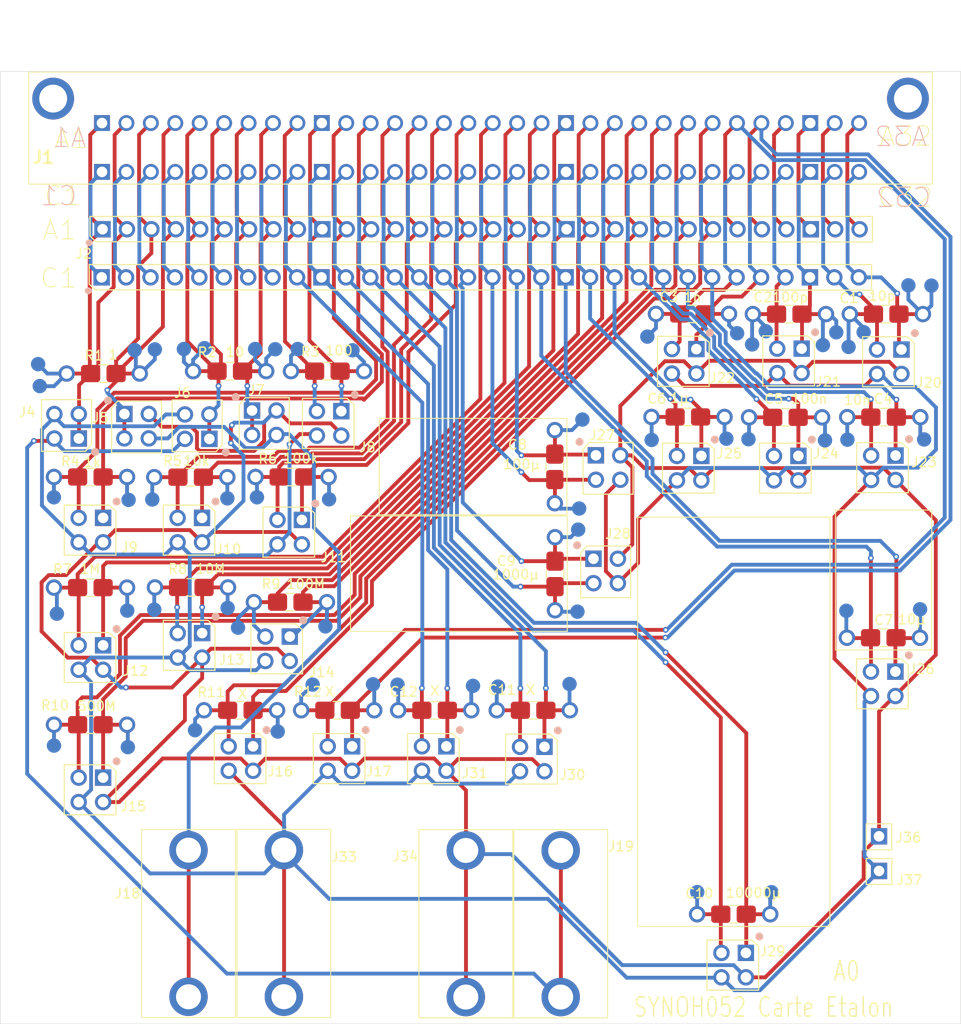
<source format=kicad_pcb>
(kicad_pcb (version 20221018) (generator pcbnew)
  (title_block (title "SYNOH052 Carte Etalon") (date "2024-01-08") (rev "A0") (company "Omicron") (comment 1 "Aurelien ANDREU") (comment 2 "Frederic VUEBAT"))
  (layers (0 "F.Cu" signal) (31 "B.Cu" signal) (34 "B.Paste" user) (35 "F.Paste" user) (36 "B.SilkS" user "B.Silkscreen") (37 "F.SilkS" user "F.Silkscreen") (38 "B.Mask" user) (39 "F.Mask" user) (44 "Edge.Cuts" user))
  (net 0 "")
  (net 1 "/Ch1")
  (net 2 "/Ch3")
  (net 3 "/Ch5")
  (net 4 "/Ch7")
  (net 5 "/Ch9")
  (net 6 "/Ch10")
  (net 7 "/Ch11")
  (net 8 "/Ch12")
  (net 9 "/Ch13")
  (net 10 "/Ch14")
  (net 11 "/Ch15")
  (net 12 "/Ch16")
  (net 13 "/Ch17")
  (net 14 "/Ch18")
  (net 15 "/Ch19")
  (net 16 "/Ch20")
  (net 17 "/Ch45")
  (net 18 "/Ch55")
  (net 19 "/Ch46")
  (net 20 "/Ch56")
  (net 21 "/Ch47")
  (net 22 "/Ch57")
  (net 23 "/Ch48")
  (net 24 "/Ch58")
  (net 25 "/Ch49")
  (net 26 "/Ch59")
  (net 27 "/Ch50")
  (net 28 "/Ch60")
  (net 29 "/Ch51")
  (net 30 "/Ch61")
  (net 31 "/Ch52")
  (net 32 "/Ch62")
  (net 33 "/Ch53")
  (net 34 "/Ch63")
  (net 35 "/Ch54")
  (net 36 "/Ch64")
  (net 37 "/Ch21")
  (net 38 "/Ch22")
  (net 39 "/Ch23")
  (net 40 "/Ch24")
  (net 41 "/Ch25")
  (net 42 "/Ch26")
  (net 43 "/Ch27")
  (net 44 "/Ch28")
  (net 45 "/Ch29")
  (net 46 "/Ch30")
  (net 47 "/Ch31")
  (net 48 "/Ch32")
  (net 49 "/Ch33")
  (net 50 "/Ch34")
  (net 51 "/Ch35")
  (net 52 "/Ch36")
  (net 53 "/Ch37")
  (net 54 "/Ch38")
  (net 55 "/Ch39")
  (net 56 "/Ch40")
  (net 57 "/Ch41")
  (net 58 "/Ch42")
  (net 59 "/Ch43")
  (net 60 "/Ch44")
  (net 63 "/Rouge")
  (net 64 "/Noir")
  (net 65 "/Rouge 2")
  (net 66 "/Noir 2")
  (footprint "Omipassif:C_1206_3216Metric_Pad1.33x1.80mm_HandSolder" (layer "F.Cu") (at 181.97 80.82 180)
    (fp_text reference "C1")
    (fp_text value "10p")
  )
  (footprint "Omiconnecteur:PinHeader_2x02_P2.54mm_V_omi" (layer "F.Cu") (at 167.35 147.22 -90)
    (fp_text reference "J29")
    (fp_text value "Conn_02x08_Odd_Even" hide)
  )
  (footprint "Omiconnecteur:PinHeader_2x02_P2.54mm_V_omi" (layer "F.Cu") (at 102.71 91.2)
    (fp_text reference "J5")
    (fp_text value "Conn_02x08_Odd_Even" hide)
  )
  (footprint "Omiconnecteur:pad" (layer "F.Cu") (at 95.39 125.64)
    (fp_text reference "J61" hide)
    (fp_text value "Conn_01x0_P2.54mm_pinheader_vertical" hide)
  )
  (footprint "Omiconnecteur:PinHeader_2x02_P2.54mm_V_omi" (layer "F.Cu") (at 151.75 95.5)
    (fp_text reference "J27")
    (fp_text value "Conn_02x08_Odd_Even" hide)
  )
  (footprint "Omiconnecteur:pad" (layer "F.Cu") (at 95.38 99.83)
    (fp_text reference "J46" hide)
    (fp_text value "Conn_01x0_P2.54mm_pinheader_vertical" hide)
  )
  (footprint "Omipassif:C_1206_3216Metric_Pad1.33x1.80mm_HandSolder" (layer "F.Cu") (at 145.25 122 180)
    (fp_text reference "C11")
    (fp_text value "X")
  )
  (footprint "Omipassif:C_1206_3216Metric_Pad1.33x1.80mm_HandSolder" (layer "F.Cu") (at 135 122 180)
    (fp_text reference "C12")
    (fp_text value "X")
  )
  (footprint "Omiconnecteur:PinHeader_2x02_P2.54mm_V_omi" (layer "F.Cu") (at 110.8 113.98 -90)
    (fp_text reference "J13")
    (fp_text value "Conn_02x08_Odd_Even" hide)
  )
  (footprint "Omiconnecteur:PinHeader_2x02_P2.54mm_V_omi" (layer "F.Cu") (at 100.5 129 -90)
    (fp_text reference "J15")
    (fp_text value "Conn_02x08_Odd_Even" hide)
  )
  (footprint "Omiconnecteur:PinHeader_2x02_P2.54mm_V_omi" (layer "F.Cu") (at 183.53 84.5 -90)
    (fp_text reference "J20")
    (fp_text value "Conn_02x08_Odd_Even" hide)
  )
  (footprint "Omiconnecteur:pad" (layer "F.Cu") (at 123.62 113.25)
    (fp_text reference "J58" hide)
    (fp_text value "Conn_01x0_P2.54mm_pinheader_vertical" hide)
  )
  (footprint "Omiconnecteur:pad" (layer "F.Cu") (at 108.9 84.42)
    (fp_text reference "J41" hide)
    (fp_text value "Conn_01x0_P2.54mm_pinheader_vertical" hide)
  )
  (footprint "Omiconnecteur:PinHeader_2x02_P2.54mm_V_omi" (layer "F.Cu") (at 151.5 106.25)
    (fp_text reference "J28")
    (fp_text value "Conn_02x08_Odd_Even" hide)
  )
  (footprint "Omiconnecteur:pad" (layer "F.Cu") (at 95.69 111.93)
    (fp_text reference "J55" hide)
    (fp_text value "Conn_01x0_P2.54mm_pinheader_vertical" hide)
  )
  (footprint "Omiconnecteur:pad" (layer "F.Cu") (at 157.55 93.87)
    (fp_text reference "J79" hide)
    (fp_text value "Conn_01x0_P2.54mm_pinheader_vertical" hide)
  )
  (footprint "Omiconnecteur:pad" (layer "F.Cu") (at 157.1 83.13)
    (fp_text reference "J85" hide)
    (fp_text value "Conn_01x0_P2.54mm_pinheader_vertical" hide)
  )
  (footprint "Omiconnecteur:PinHeader_2x02_P2.54mm_V_omi" (layer "F.Cu") (at 121.17 102.21 -90)
    (fp_text reference "J11")
    (fp_text value "Conn_02x08_Odd_Even" hide)
  )
  (footprint "Omiconnecteur:PinHeader_1x32_P2.54mm_V_omi" (layer "F.Cu") (at 100.44 72 90)
    (fp_text reference "J2")
    (fp_text value "Conn_01x32_P2.54mm_pinheader_vertical" hide)
  )
  (footprint "Omiconnecteur:PinHeader_2x02_P2.54mm_V_omi" (layer "F.Cu") (at 182.9 117.98 -90)
    (fp_text reference "J26")
    (fp_text value "Conn_02x08_Odd_Even" hide)
  )
  (footprint "Omiconnecteur:pad" (layer "F.Cu") (at 126.44 84.55)
    (fp_text reference "J44" hide)
    (fp_text value "Conn_01x0_P2.54mm_pinheader_vertical" hide)
  )
  (footprint "Omiconnecteur:pad" (layer "F.Cu") (at 175.36 84.01)
    (fp_text reference "J86" hide)
    (fp_text value "Conn_01x0_P2.54mm_pinheader_vertical" hide)
  )
  (footprint "Omipassif:C_1206_3216Metric_Pad1.33x1.80mm_HandSolder" (layer "F.Cu") (at 171.89 80.82 180)
    (fp_text reference "C2")
    (fp_text value "100p")
  )
  (footprint "Omiconnecteur:pad" (layer "F.Cu") (at 138.97 119.43)
    (fp_text reference "J66" hide)
    (fp_text value "Conn_01x0_P2.54mm_pinheader_vertical" hide)
  )
  (footprint "Omiconnecteur:pad" (layer "F.Cu") (at 103.78 84.53)
    (fp_text reference "J35" hide)
    (fp_text value "Conn_01x0_P2.54mm_pinheader_vertical" hide)
  )
  (footprint "Omiconnecteur:Banane-09012023" (layer "F.Cu") (at 133.345 134.41)
    (fp_text reference "J34")
    (fp_text value "Conn_01x0_P2.54mm_pinheader_vertical" hide)
  )
  (footprint "Omiconnecteur:pad" (layer "F.Cu") (at 116.31 84.42)
    (fp_text reference "J43" hide)
    (fp_text value "Conn_01x0_P2.54mm_pinheader_vertical" hide)
  )
  (footprint "Omiconnecteur:pad" (layer "F.Cu") (at 168 83.94)
    (fp_text reference "J87" hide)
    (fp_text value "Conn_01x0_P2.54mm_pinheader_vertical" hide)
  )
  (footprint "Omiconnecteur:PinHeader_2x02_P2.54mm_V_omi" (layer "F.Cu") (at 126.4 125.75 -90)
    (fp_text reference "J17")
    (fp_text value "Conn_02x08_Odd_Even" hide)
  )
  (footprint "Omiconnecteur:pad" (layer "F.Cu") (at 131.12 119.31)
    (fp_text reference "J67" hide)
    (fp_text value "Conn_01x0_P2.54mm_pinheader_vertical" hide)
  )
  (footprint "Omiconnecteur:PinHeader_2x02_P2.54mm_V_omi" (layer "F.Cu") (at 173.15 84.41 -90)
    (fp_text reference "J21")
    (fp_text value "Conn_02x08_Odd_Even" hide)
  )
  (footprint "Omiconnecteur:PinHeader_2x02_P2.54mm_V_omi" (layer "F.Cu") (at 97.97 93.75 180)
    (fp_text reference "J4")
    (fp_text value "Conn_02x08_Odd_Even" hide)
  )
  (footprint "Omiconnecteur:pad" (layer "F.Cu") (at 103.07 125.8)
    (fp_text reference "J60" hide)
    (fp_text value "Conn_01x0_P2.54mm_pinheader_vertical" hide)
  )
  (footprint "Omiconnecteur:pad" (layer "F.Cu") (at 105.82 111.51)
    (fp_text reference "J57" hide)
    (fp_text value "Conn_01x0_P2.54mm_pinheader_vertical" hide)
  )
  (footprint "Omiconnecteur:pad" (layer "F.Cu") (at 179.6 82.67)
    (fp_text reference "J89" hide)
    (fp_text value "Conn_01x0_P2.54mm_pinheader_vertical" hide)
  )
  (footprint "Omiconnecteur:pad" (layer "F.Cu") (at 167.62 93.79)
    (fp_text reference "J81" hide)
    (fp_text value "Conn_01x0_P2.54mm_pinheader_vertical" hide)
  )
  (footprint "Omiconnecteur:pad" (layer "F.Cu") (at 111.05 84.33)
    (fp_text reference "J40" hide)
    (fp_text value "Conn_01x0_P2.54mm_pinheader_vertical" hide)
  )
  (footprint "Omiconnecteur:pad" (layer "F.Cu") (at 128.57 119.27)
    (fp_text reference "J64" hide)
    (fp_text value "Conn_01x0_P2.54mm_pinheader_vertical" hide)
  )
  (footprint "Omiconnecteur:pad" (layer "F.Cu") (at 118.4 84.44)
    (fp_text reference "J42" hide)
    (fp_text value "Conn_01x0_P2.54mm_pinheader_vertical" hide)
  )
  (footprint "Omiconnecteur:pad" (layer "F.Cu") (at 170.01 140.88)
    (fp_text reference "J70" hide)
    (fp_text value "Conn_01x0_P2.54mm_pinheader_vertical" hide)
  )
  (footprint "Omiconnecteur:DIN41612_SYNOR_08012024" (layer "F.Cu") (at 100.385 66.04)
    (fp_text reference "J1")
    (fp_text value "DIN41612_SYNOR" hide)
  )
  (footprint "Omiconnecteur:pad" (layer "F.Cu") (at 122.29 119.3)
    (fp_text reference "J65" hide)
    (fp_text value "Conn_01x0_P2.54mm_pinheader_vertical" hide)
  )
  (footprint "Omiconnecteur:PinHeader_2x02_P2.54mm_V_omi" (layer "F.Cu") (at 172.81 95.56 -90)
    (fp_text reference "J24")
    (fp_text value "Conn_02x08_Odd_Even" hide)
  )
  (footprint "Omipassif:C_1206_3216Metric_Pad1.33x1.80mm_HandSolder" (layer "F.Cu") (at 124.91 122 180)
    (fp_text reference "R12")
    (fp_text value "X")
  )
  (footprint "Omiconnecteur:pad" (layer "F.Cu") (at 165.32 93.74)
    (fp_text reference "J78" hide)
    (fp_text value "Conn_01x0_P2.54mm_pinheader_vertical" hide)
  )
  (footprint "Omiconnecteur:pad" (layer "F.Cu") (at 150.01 101)
    (fp_text reference "J75" hide)
    (fp_text value "Conn_01x0_P2.54mm_pinheader_vertical" hide)
  )
  (footprint "Omiconnecteur:pad" (layer "F.Cu") (at 175.58 93.91)
    (fp_text reference "J80" hide)
    (fp_text value "Conn_01x0_P2.54mm_pinheader_vertical" hide)
  )
  (footprint "Omidivers:Fixation_M3" (layer "F.Cu") (at 184.5 149.25 -90)
    (fp_text reference "H1" hide)
    (fp_text value "MountingHole" hide)
  )
  (footprint "Omiconnecteur:PinHeader_2x02_P2.54mm_V_omi" (layer "F.Cu") (at 146.4 125.8 -90)
    (fp_text reference "J30")
    (fp_text value "Conn_02x08_Odd_Even" hide)
  )
  (footprint "Omiconnecteur:Banane-09012023" (layer "F.Cu") (at 104.505 134.38)
    (fp_text reference "J18")
    (fp_text value "Conn_01x0_P2.54mm_pinheader_vertical" hide)
  )
  (footprint "Omiconnecteur:PinHeader_2x02_P2.54mm_V_omi" (layer "F.Cu") (at 110.79 102 -90)
    (fp_text reference "J10")
    (fp_text value "Conn_02x08_Odd_Even" hide)
  )
  (footprint "Omiconnecteur:PinHeader_2x02_P2.54mm_V_omi" (layer "F.Cu") (at 162.72 95.56 -90)
    (fp_text reference "J25")
    (fp_text value "Conn_02x08_Odd_Even" hide)
  )
  (footprint "Omiconnecteur:PinHeader_2x02_P2.54mm_V_omi" (layer "F.Cu") (at 125.27 90.91 -90)
    (fp_text reference "J8")
    (fp_text value "Conn_02x08_Odd_Even" hide)
  )
  (footprint "Omiconnecteur:pad" (layer "F.Cu") (at 185.89 93.82)
    (fp_text reference "J82" hide)
    (fp_text value "Conn_01x0_P2.54mm_pinheader_vertical" hide)
  )
  (footprint "Omidivers:Fixation_M3" (layer "F.Cu") (at 95.5 81.75 -90)
    (fp_text reference "H2" hide)
    (fp_text value "MountingHole" hide)
  )
  (footprint "Omipassif:C_1206_3216Metric_Pad1.33x1.80mm_HandSolder" (layer "F.Cu") (at 171.49 91.55 180)
    (fp_text reference "C5")
    (fp_text value "100n")
  )
  (footprint "Omiconnecteur:PinHeader_2x02_P2.54mm_V_omi" (layer "F.Cu") (at 115.99 90.84)
    (fp_text reference "J7")
    (fp_text value "Conn_02x08_Odd_Even" hide)
  )
  (footprint "Omipassif:C_1206_3216Metric_Pad1.33x1.80mm_HandSolder" (layer "F.Cu") (at 109.63 97.77 180)
    (fp_text reference "R5")
    (fp_text value "10k")
  )
  (footprint "Omiconnecteur:Banane-09012023" (layer "F.Cu") (at 114.425 134.37)
    (fp_text reference "J33")
    (fp_text value "Conn_01x0_P2.54mm_pinheader_vertical" hide)
  )
  (footprint "Omiconnecteur:PinHeader_2x02_P2.54mm_V_omi" (layer "F.Cu") (at 100.5 102 -90)
    (fp_text reference "J9")
    (fp_text value "Conn_02x08_Odd_Even" hide)
  )
  (footprint "Omiconnecteur:PinHeader_2x02_P2.54mm_V_omi" (layer "F.Cu") (at 162.2 84.46 -90)
    (fp_text reference "J22")
    (fp_text value "Conn_02x08_Odd_Even" hide)
  )
  (footprint "Omipassif:C_1206_3216Metric_Pad1.33x1.80mm_HandSolder" (layer "F.Cu") (at 123.85 86.75 180)
    (fp_text reference "R3")
    (fp_text value "100")
  )
  (footprint "Omiconnecteur:pad" (layer "F.Cu") (at 149.83 111.72)
    (fp_text reference "J73" hide)
    (fp_text value "Conn_01x0_P2.54mm_pinheader_vertical" hide)
  )
  (footprint "Omiconnecteur:pad" (layer "F.Cu") (at 105.88 84.46)
    (fp_text reference "J39" hide)
    (fp_text value "Conn_01x0_P2.54mm_pinheader_vertical" hide)
  )
  (footprint "Omipassif:C_1206_3216Metric_Pad1.33x1.80mm_HandSolder" (layer "F.Cu") (at 99.2 109.25 180)
    (fp_text reference "R7")
    (fp_text value "1M")
  )
  (footprint "Omiconnecteur:pad" (layer "F.Cu") (at 176.75 82.68)
    (fp_text reference "J91" hide)
    (fp_text value "Conn_01x0_P2.54mm_pinheader_vertical" hide)
  )
  (footprint "Omiconnecteur:pad" (layer "F.Cu") (at 113.42 99.94)
    (fp_text reference "J48" hide)
    (fp_text value "Conn_01x0_P2.54mm_pinheader_vertical" hide)
  )
  (footprint "Omipassif:C_1206_3216Metric_Pad1.33x1.80mm_HandSolder" (layer "F.Cu") (at 114.8 122 180)
    (fp_text reference "R11")
    (fp_text value "X")
  )
  (footprint "Omipassif:Condo_1_7x0_5" (layer "F.Cu") (at 147.48 96.67 -90)
    (fp_text reference "C8")
    (fp_text value "100µ")
  )
  (footprint "Omiconnecteur:PinHeader_2x02_P2.54mm_V_omi" (layer "F.Cu") (at 182.92 95.52 -90)
    (fp_text reference "J23")
    (fp_text value "Conn_02x08_Odd_Even" hide)
  )
  (footprint "Omiconnecteur:pad" (layer "F.Cu") (at 103.01 111.61)
    (fp_text reference "J54" hide)
    (fp_text value "Conn_01x0_P2.54mm_pinheader_vertical" hide)
  )
  (footprint "Omiconnecteur:PinHeader_1x32_P2.54mm_V_omi" (layer "F.Cu") (at 100.35 77 90)
    (fp_text reference "J3" hide)
    (fp_text value "Conn_01x32_P2.54mm_pinheader_vertical" hide)
  )
  (footprint "Omiconnecteur:pad" (layer "F.Cu") (at 124 100.04)
    (fp_text reference "J52" hide)
    (fp_text value "Conn_01x0_P2.54mm_pinheader_vertical" hide)
  )
  (footprint "Omipassif:C_1206_3216Metric_Pad1.33x1.80mm_HandSolder" (layer "F.Cu") (at 161.81 80.8 180)
    (fp_text reference "C3")
    (fp_text value "1n")
  )
  (footprint "Omidivers:Fixation_M3" (layer "F.Cu") (at 95.4 149.5 -90)
    (fp_text reference "H4" hide)
    (fp_text value "MountingHole" hide)
  )
  (footprint "Omiconnecteur:pad" (layer "F.Cu") (at 110.06 124.04)
    (fp_text reference "J63" hide)
    (fp_text value "Conn_01x0_P2.54mm_pinheader_vertical" hide)
  )
  (footprint "Omipassif:Condo_4x2" (layer "F.Cu") (at 166.09 143.2 180)
    (fp_text reference "C10")
    (fp_text value "10000µ")
  )
  (footprint "Omiconnecteur:PinHeader_2x02_P2.54mm_V_omi" (layer "F.Cu") (at 136.2 125.75 -90)
    (fp_text reference "J31")
    (fp_text value "Conn_02x08_Odd_Even" hide)
  )
  (footprint "Omipassif:C_1206_3216Metric_Pad1.33x1.80mm_HandSolder" (layer "F.Cu") (at 99.2 97.75 180)
    (fp_text reference "R4")
    (fp_text value "1k")
  )
  (footprint "Omiconnecteur:pad" (layer "F.Cu") (at 149.01 119.24)
    (fp_text reference "J68" hide)
    (fp_text value "Conn_01x0_P2.54mm_pinheader_vertical" hide)
  )
  (footprint "Omiconnecteur:pad" (layer "F.Cu") (at 141.57 119.51)
    (fp_text reference "J69" hide)
    (fp_text value "Conn_01x0_P2.54mm_pinheader_vertical" hide)
  )
  (footprint "Omipassif:C_1206_3216Metric_Pad1.33x1.80mm_HandSolder" (layer "F.Cu") (at 113.65 86.75)
    (fp_text reference "R2")
    (fp_text value "10")
  )
  (footprint "Omiconnecteur:PinHeader_2x02_P2.54mm_V_omi" (layer "F.Cu") (at 111.55 93.79 180)
    (fp_text reference "J6")
    (fp_text value "Conn_02x08_Odd_Even" hide)
  )
  (footprint "Omiconnecteur:pad" (layer "F.Cu") (at 186.65 77.83)
    (fp_text reference "J51" hide)
    (fp_text value "Conn_01x0_P2.54mm_pinheader_vertical" hide)
  )
  (footprint "Omiconnecteur:pad" (layer "F.Cu") (at 166.44 82.78)
    (fp_text reference "J84" hide)
    (fp_text value "Conn_01x0_P2.54mm_pinheader_vertical" hide)
  )
  (footprint "Omiconnecteur:pad" (layer "F.Cu") (at 105.61 100.06)
    (fp_text reference "J49" hide)
    (fp_text value "Conn_01x0_P2.54mm_pinheader_vertical" hide)
  )
  (footprint "Omipassif:C_1206_3216Metric_Pad1.33x1.80mm_HandSolder" (layer "F.Cu") (at 109.7 109.23 180)
    (fp_text reference "R8")
    (fp_text value "10M")
  )
  (footprint "Omiconnecteur:pad" (layer "F.Cu") (at 118.66 124.18)
    (fp_text reference "J62" hide)
    (fp_text value "Conn_01x0_P2.54mm_pinheader_vertical" hide)
  )
  (footprint "Omiconnecteur:pad" (layer "F.Cu") (at 177.91 93.84)
    (fp_text reference "J83" hide)
    (fp_text value "Conn_01x0_P2.54mm_pinheader_vertical" hide)
  )
  (footprint "Omipassif:C_1206_3216Metric_Pad1.33x1.80mm_HandSolder" (layer "F.Cu") (at 161.34 91.51 180)
    (fp_text reference "C6")
    (fp_text value "1µ")
  )
  (footprint "Omiconnecteur:pad" (layer "F.Cu") (at 150.32 91.78 90)
    (fp_text reference "J74" hide)
    (fp_text value "Conn_01x0_P2.54mm_pinheader_vertical" hide)
  )
  (footprint "Omiconnecteur:pad" (layer "F.Cu") (at 177.8 111.63)
    (fp_text reference "J77" hide)
    (fp_text value "Conn_01x0_P2.54mm_pinheader_vertical" hide)
  )
  (footprint "Omipassif:C_1206_3216Metric_Pad1.33x1.80mm_HandSolder" (layer "F.Cu") (at 181.7 91.53 180)
    (fp_text reference "C4")
    (fp_text value "10n")
  )
  (footprint "Omiconnecteur:Banane-09012023" (layer "F.Cu") (at 143.215 134.41)
    (fp_text reference "J19")
    (fp_text value "Conn_01x0_P2.54mm_pinheader_vertical" hide)
  )
  (footprint "Omiconnecteur:pad" (layer "F.Cu") (at 103.15 100.1)
    (fp_text reference "J47" hide)
    (fp_text value "Conn_01x0_P2.54mm_pinheader_vertical" hide)
  )
  (footprint "Omiconnecteur:PinHeader_2x02_P2.54mm_V_omi" (layer "F.Cu") (at 116.1 125.75 -90)
    (fp_text reference "J16")
    (fp_text value "Conn_02x08_Odd_Even" hide)
  )
  (footprint "Omiconnecteur:PinHeader_2x02_P2.54mm_V_omi" (layer "F.Cu") (at 100.5 115.25 -90)
    (fp_text reference "J12")
    (fp_text value "Conn_02x08_Odd_Even" hide)
  )
  (footprint "Omiconnecteur:pad" (layer "F.Cu") (at 114.53 113.38)
    (fp_text reference "J59" hide)
    (fp_text value "Conn_01x0_P2.54mm_pinheader_vertical" hide)
  )
  (footprint "Omiconnecteur:pad" (layer "F.Cu") (at 178.03 84.2)
    (fp_text reference "J50" hide)
    (fp_text value "Conn_01x0_P2.54mm_pinheader_vertical" hide)
  )
  (footprint "Omipassif:C_1206_3216Metric_Pad1.33x1.80mm_HandSolder" (layer "F.Cu") (at 119.99 110.76 180)
    (fp_text reference "R9")
    (fp_text value "100M")
  )
  (footprint "Omiconnecteur:pad" (layer "F.Cu") (at 149.91 103.19)
    (fp_text reference "J72" hide)
    (fp_text value "Conn_01x0_P2.54mm_pinheader_vertical" hide)
  )
  (footprint "Omiconnecteur:pad" (layer "F.Cu") (at 120.74 84.42)
    (fp_text reference "J45" hide)
    (fp_text value "Conn_01x0_P2.54mm_pinheader_vertical" hide)
  )
  (footprint "Omipassif:C_1206_3216Metric_Pad1.33x1.80mm_HandSolder" (layer "F.Cu") (at 120.16 97.75 180)
    (fp_text reference "R6")
    (fp_text value "100k")
  )
  (footprint "Omiconnecteur:pad" (layer "F.Cu") (at 93.74 85.99)
    (fp_text reference "J32" hide)
    (fp_text value "Conn_01x0_P2.54mm_pinheader_vertical" hide)
  )
  (footprint "Omiconnecteur:PinHeader_1x01_P2.54mm_V_omi" (layer "F.Cu") (at 181.2 138.7)
    (fp_text reference "J37")
    (fp_text value "Conn_01x0_P2.54mm_pinheader_vertical" hide)
  )
  (footprint "Omiconnecteur:pad" (layer "F.Cu") (at 113.45 111.33)
    (fp_text reference "J56" hide)
    (fp_text value "Conn_01x0_P2.54mm_pinheader_vertical" hide)
  )
  (footprint "Omiconnecteur:pad" (layer "F.Cu") (at 93.91 88.27)
    (fp_text reference "J38" hide)
    (fp_text value "Conn_01x0_P2.54mm_pinheader_vertical" hide)
  )
  (footprint "Omiconnecteur:pad" (layer "F.Cu") (at 184.25 77.8)
    (fp_text reference "J88" hide)
    (fp_text value "Conn_01x0_P2.54mm_pinheader_vertical" hide)
  )
  (footprint "Omipassif:C_1206_3216Metric_Pad1.33x1.80mm_HandSolder" (layer "F.Cu") (at 100.5 87)
    (fp_text reference "R1")
    (fp_text value "1")
  )
  (footprint "Omiconnecteur:pad" (layer "F.Cu") (at 185.47 111.47)
    (fp_text reference "J76" hide)
    (fp_text value "Conn_01x0_P2.54mm_pinheader_vertical" hide)
  )
  (footprint "Omiconnecteur:pad" (layer "F.Cu") (at 116.5 99.83)
    (fp_text reference "J53" hide)
    (fp_text value "Conn_01x0_P2.54mm_pinheader_vertical" hide)
  )
  (footprint "Omipassif:C_1206_3216Metric_Pad1.33x1.80mm_HandSolder" (layer "F.Cu") (at 99.2 123.5 180)
    (fp_text reference "R10")
    (fp_text value "500M")
  )
  (footprint "Omiconnecteur:PinHeader_1x01_P2.54mm_V_omi" (layer "F.Cu") (at 181.2 135.1)
    (fp_text reference "J36")
    (fp_text value "Conn_01x0_P2.54mm_pinheader_vertical" hide)
  )
  (footprint "Omipassif:Condo_2x1" (layer "F.Cu") (at 147.5 107.8 -90)
    (fp_text reference "C9")
    (fp_text value "1000µ")
  )
  (footprint "Omipassif:Condo_1_2x0_5 - Copie" (layer "F.Cu") (at 181.67 114.46 180)
    (fp_text reference "C7")
    (fp_text value "10µ")
  )
  (footprint "Omiconnecteur:pad" (layer "F.Cu") (at 169.42 82.57)
    (fp_text reference "J90" hide)
    (fp_text value "Conn_01x0_P2.54mm_pinheader_vertical" hide)
  )
  (footprint "Omiconnecteur:pad" (layer "F.Cu") (at 162.29 140.87)
    (fp_text reference "J71" hide)
    (fp_text value "Conn_01x0_P2.54mm_pinheader_vertical" hide)
  )
  (footprint "Omiconnecteur:PinHeader_2x02_P2.54mm_V_omi" (layer "F.Cu") (at 119.91 114.34 -90)
    (fp_text reference "J14")
    (fp_text value "Conn_02x08_Odd_Even" hide)
  )
  (gr_rect (start 89.8 55.6) (end 189.7 154.6) (stroke (width 0.05)) (fill none) (layer "Edge.Cuts"))
  (gr_text "SYNOH052 Carte Etalon\n" (at 155.59 154.04) (layer "F.SilkS") (effects (font (size 2 1.5)) (justify left bottom)))
  (gr_text "C1" (at 93.853 78.25) (layer "F.SilkS") (effects (font (size 2 2) (thickness 0.1)) (justify left bottom)))
  (gr_text "A0\n" (at 176.38 150.28) (layer "F.SilkS") (effects (font (size 2 1.5)) (justify left bottom)))
  (gr_text "A1" (at 94.107 73.25) (layer "F.SilkS") (effects (font (size 2 2) (thickness 0.1)) (justify left bottom)))
  (segment (start 101.6 73.38) (end 101.6 78.015686) (width 0.4) (layer "F.Cu") (net 1))
  (segment (start 99.1 78.015686) (end 99.12 78.035686) (width 0.4) (layer "F.Cu") (net 1))
  (segment (start 99.12 86.92) (end 99.2 87) (width 0.4) (layer "F.Cu") (net 1))
  (segment (start 100.385 60.96) (end 99.16 62.185) (width 0.4) (layer "F.Cu") (net 1))
  (segment (start 99.1 73.34) (end 99.1 78.015686) (width 0.4) (layer "F.Cu") (net 1))
  (segment (start 98 91.5) (end 98 88.2) (width 0.4) (layer "F.Cu") (net 1))
  (segment (start 102.925 60.96) (end 101.7 62.185) (width 0.4) (layer "F.Cu") (net 1))
  (segment (start 101.6 78.015686) (end 100 79.615686) (width 0.4) (layer "F.Cu") (net 1))
  (segment (start 100 79.615686) (end 100 86.2) (width 0.4) (layer "F.Cu") (net 1))
  (segment (start 98 88.2) (end 99.2 87) (width 0.4) (layer "F.Cu") (net 1))
  (segment (start 102.98 72) (end 101.6 73.38) (width 0.4) (layer "F.Cu") (net 1))
  (segment (start 99.12 78.035686) (end 99.12 86.92) (width 0.4) (layer "F.Cu") (net 1))
  (segment (start 101.7 62.185) (end 101.7 70.72) (width 0.4) (layer "F.Cu") (net 1))
  (segment (start 100.44 72) (end 99.1 73.34) (width 0.4) (layer "F.Cu") (net 1))
  (segment (start 101.7 70.72) (end 102.98 72) (width 0.4) (layer "F.Cu") (net 1))
  (segment (start 96.71 87) (end 99.2 87) (width 0.4) (layer "F.Cu") (net 1))
  (segment (start 98 94.04) (end 98 91.5) (width 0.4) (layer "F.Cu") (net 1))
  (segment (start 99.16 62.185) (end 99.16 70.72) (width 0.4) (layer "F.Cu") (net 1))
  (segment (start 100 86.2) (end 99.2 87) (width 0.4) (layer "F.Cu") (net 1))
  (segment (start 99.16 70.72) (end 100.44 72) (width 0.4) (layer "F.Cu") (net 1))
  (segment (start 95.4 88.31) (end 96.71 87) (width 0.4) (layer "B.Cu") (net 1))
  (segment (start 93.91 88.31) (end 95.4 88.31) (width 0.4) (layer "B.Cu") (net 1))
  (segment (start 94.71 87) (end 96.71 87) (width 0.4) (layer "B.Cu") (net 1))
  (segment (start 93.74 86.03) (end 94.71 87) (width 0.4) (layer "B.Cu") (net 1))
  (segment (start 104.24 70.72) (end 105.52 72) (width 0.4) (layer "F.Cu") (net 2))
  (segment (start 105.465 60.96) (end 104.24 62.185) (width 0.4) (layer "F.Cu") (net 2))
  (segment (start 102.71 93.74) (end 102.71 91.2) (width 0.4) (layer "F.Cu") (net 2))
  (segment (start 100.941484 88.720745) (end 101.85 87.812229) (width 0.4) (layer "F.Cu") (net 2))
  (segment (start 106.78 70.72) (end 108.06 72) (width 0.4) (layer "F.Cu") (net 2))
  (segment (start 108.005 60.96) (end 106.78 62.185) (width 0.4) (layer "F.Cu") (net 2))
  (segment (start 104.14 83.36) (end 101.85 85.65) (width 0.4) (layer "F.Cu") (net 2))
  (segment (start 104.31 87) (end 101.85 87) (width 0.4) (layer "F.Cu") (net 2))
  (segment (start 106.78 62.185) (end 106.78 70.72) (width 0.4) (layer "F.Cu") (net 2))
  (segment (start 104.24 62.185) (end 104.24 70.72) (width 0.4) (layer "F.Cu") (net 2))
  (segment (start 106.72 82.13) (end 101.85 87) (width 0.4) (layer "F.Cu") (net 2))
  (segment (start 101.85 87.812229) (end 101.85 87) (width 0.4) (layer "F.Cu") (net 2))
  (segment (start 106.72 73.34) (end 106.72 82.13) (width 0.4) (layer "F.Cu") (net 2))
  (segment (start 108.06 72) (end 106.72 73.34) (width 0.4) (layer "F.Cu") (net 2))
  (segment (start 105.52 74.48) (end 104.14 75.86) (width 0.4) (layer "F.Cu") (net 2))
  (segment (start 104.14 75.86) (end 104.14 83.36) (width 0.4) (layer "F.Cu") (net 2))
  (segment (start 101.85 85.65) (end 101.85 87) (width 0.4) (layer "F.Cu") (net 2))
  (segment (start 105.52 72) (end 105.52 74.48) (width 0.4) (layer "F.Cu") (net 2))
  (via (at 100.941484 88.720745) (size 0.6) (drill 0.3) (layers "F.Cu" "B.Cu") (net 2))
  (segment (start 102.71 90.772) (end 102.71 91.2) (width 0.4) (layer "B.Cu") (net 2))
  (segment (start 105.88 84.5) (end 105.88 85.52) (width 0.4) (layer "B.Cu") (net 2))
  (segment (start 103.9 84.69) (end 103.9 86.59) (width 0.4) (layer "B.Cu") (net 2))
  (segment (start 103.9 86.59) (end 104.31 87) (width 0.4) (layer "B.Cu") (net 2))
  (segment (start 104.4 87) (end 104.31 87) (width 0.4) (layer "B.Cu") (net 2))
  (segment (start 100.941484 88.720745) (end 100.941484 89.003484) (width 0.4) (layer "B.Cu") (net 2))
  (segment (start 100.941484 89.003484) (end 102.71 90.772) (width 0.4) (layer "B.Cu") (net 2))
  (segment (start 105.88 85.52) (end 104.4 87) (width 0.4) (layer "B.Cu") (net 2))
  (segment (start 103.78 84.57) (end 103.9 84.69) (width 0.4) (layer "B.Cu") (net 2))
  (segment (start 111.86 62.185) (end 111.86 70.72) (width 0.4) (layer "F.Cu") (net 3))
  (segment (start 109.26 73.34) (end 109.26 83.66) (width 0.4) (layer "F.Cu") (net 3))
  (segment (start 109.25 70.65) (end 110.6 72) (width 0.4) (layer "F.Cu") (net 3))
  (segment (start 112.5 86.9) (end 112.35 86.75) (width 0.4) (layer "F.Cu") (net 3))
  (segment (start 112.5 88.2905) (end 112.5 86.9) (width 0.4) (layer "F.Cu") (net 3))
  (segment (start 112.75 85) (end 112.75 86.35) (width 0.4) (layer "F.Cu") (net 3))
  (segment (start 111.8 73.34) (end 111.8 84.05) (width 0.4) (layer "F.Cu") (net 3))
  (segment (start 109.25 62.255) (end 109.25 70.65) (width 0.4) (layer "F.Cu") (net 3))
  (segment (start 111.86 70.72) (end 113.14 72) (width 0.4) (layer "F.Cu") (net 3))
  (segment (start 113.085 60.96) (end 111.86 62.185) (width 0.4) (layer "F.Cu") (net 3))
  (segment (start 110.6 72) (end 109.26 73.34) (width 0.4) (layer "F.Cu") (net 3))
  (segment (start 109.86 86.75) (end 112.35 86.75) (width 0.4) (layer "F.Cu") (net 3))
  (segment (start 112.75 86.35) (end 112.35 86.75) (width 0.4) (layer "F.Cu") (net 3))
  (segment (start 111.8 84.05) (end 112.75 85) (width 0.4) (layer "F.Cu") (net 3))
  (segment (start 110.545 60.96) (end 109.25 62.255) (width 0.4) (layer "F.Cu") (net 3))
  (segment (start 109.26 83.66) (end 112.35 86.75) (width 0.4) (layer "F.Cu") (net 3))
  (segment (start 113.14 72) (end 111.8 73.34) (width 0.4) (layer "F.Cu") (net 3))
  (segment (start 111.55 93.79) (end 111.55 91.25) (width 0.4) (layer "F.Cu") (net 3))
  (via (at 112.5 88.2905) (size 0.6) (drill 0.3) (layers "F.Cu" "B.Cu") (net 3))
  (segment (start 112.5 88.2905) (end 112.5 90.3) (width 0.4) (layer "B.Cu") (net 3))
  (segment (start 109.86 85.56) (end 109.86 86.75) (width 0.4) (layer "B.Cu") (net 3))
  (segment (start 108.9 85.79) (end 109.86 86.75) (width 0.4) (layer "B.Cu") (net 3))
  (segment (start 108.9 84.46) (end 108.9 85.79) (width 0.4) (layer "B.Cu") (net 3))
  (segment (start 112.5 90.3) (end 111.55 91.25) (width 0.4) (layer "B.Cu") (net 3))
  (segment (start 111.05 84.37) (end 109.86 85.56) (width 0.4) (layer "B.Cu") (net 3))
  (segment (start 115.5 88.2905) (end 115.5 87.25) (width 0.4) (layer "F.Cu") (net 4))
  (segment (start 116 93.29) (end 116 90.75) (width 0.4) (layer "F.Cu") (net 4))
  (segment (start 116.88 84.87) (end 115 86.75) (width 0.4) (layer "F.Cu") (net 4))
  (segment (start 116.88 73.34) (end 116.88 84.87) (width 0.4) (layer "F.Cu") (net 4))
  (segment (start 115.5 87.25) (end 115 86.75) (width 0.4) (layer "F.Cu") (net 4))
  (segment (start 114.4 62.185) (end 114.4 70.72) (width 0.4) (layer "F.Cu") (net 4))
  (segment (start 116.94 70.72) (end 118.22 72) (width 0.4) (layer "F.Cu") (net 4))
  (segment (start 118.165 60.96) (end 116.94 62.185) (width 0.4) (layer "F.Cu") (net 4))
  (segment (start 115.625 60.96) (end 114.4 62.185) (width 0.4) (layer "F.Cu") (net 4))
  (segment (start 114.34 86.09) (end 115 86.75) (width 0.4) (layer "F.Cu") (net 4))
  (segment (start 116.94 62.185) (end 116.94 70.72) (width 0.4) (layer "F.Cu") (net 4))
  (segment (start 118.22 72) (end 116.88 73.34) (width 0.4) (layer "F.Cu") (net 4))
  (segment (start 115.68 72) (end 114.34 73.34) (width 0.4) (layer "F.Cu") (net 4))
  (segment (start 114.34 73.34) (end 114.34 86.09) (width 0.4) (layer "F.Cu") (net 4))
  (segment (start 117.46 86.75) (end 115 86.75) (width 0.4) (layer "F.Cu") (net 4))
  (segment (start 114.4 70.72) (end 115.68 72) (width 0.4) (layer "F.Cu") (net 4))
  (via (at 115.5 88.2905) (size 0.6) (drill 0.3) (layers "F.Cu" "B.Cu") (net 4))
  (segment (start 118.4 84.48) (end 117.46 85.42) (width 0.4) (layer "B.Cu") (net 4))
  (segment (start 115.5 88.2905) (end 115.5 90.25) (width 0.4) (layer "B.Cu") (net 4))
  (segment (start 117.46 85.42) (end 117.46 86.75) (width 0.4) (layer "B.Cu") (net 4))
  (segment (start 116.31 85.6) (end 117.46 86.75) (width 0.4) (layer "B.Cu") (net 4))
  (segment (start 115.5 90.25) (end 116 90.75) (width 0.4) (layer "B.Cu") (net 4))
  (segment (start 116.31 84.46) (end 116.31 85.6) (width 0.4) (layer "B.Cu") (net 4))
  (segment (start 122.5 88.2905) (end 122.5 86.75) (width 0.4) (layer "F.Cu") (net 5))
  (segment (start 119.39 62.275) (end 120.705 60.96) (width 0.4) (layer "F.Cu") (net 5))
  (segment (start 119.39 70.63) (end 119.39 62.275) (width 0.4) (layer "F.Cu") (net 5))
  (segment (start 120.76 72) (end 119.42 73.34) (width 0.4) (layer "F.Cu") (net 5))
  (segment (start 119.42 83.67) (end 122.5 86.75) (width 0.4) (layer "F.Cu") (net 5))
  (segment (start 120.76 72) (end 119.39 70.63) (width 0.4) (layer "F.Cu") (net 5))
  (segment (start 120.04 86.75) (end 122.5 86.75) (width 0.4) (layer "F.Cu") (net 5))
  (segment (start 119.42 73.34) (end 119.42 83.67) (width 0.4) (layer "F.Cu") (net 5))
  (via (at 122.5 88.2905) (size 0.6) (drill 0.3) (layers "F.Cu" "B.Cu") (net 5))
  (segment (start 120.74 84.46) (end 120.04 85.16) (width 0.4) (layer "B.Cu") (net 5))
  (segment (start 122.75 90.89) (end 122.73 90.91) (width 0.4) (layer "B.Cu") (net 5))
  (segment (start 122.5 90.68) (end 122.73 90.91) (width 0.4) (layer "B.Cu") (net 5))
  (segment (start 122.5 88.2905) (end 122.5 90.68) (width 0.4) (layer "B.Cu") (net 5))
  (segment (start 120.04 85.16) (end 120.04 86.75) (width 0.4) (layer "B.Cu") (net 5))
  (segment (start 122.75 90.75) (end 122.75 90.89) (width 0.4) (layer "B.Cu") (net 5))
  (segment (start 122.02 70.72) (end 123.3 72) (width 0.4) (layer "F.Cu") (net 6))
  (segment (start 125.29 88.2905) (end 125.29 86.89) (width 0.4) (layer "F.Cu") (net 6))
  (segment (start 122.02 62.185) (end 122.02 70.72) (width 0.4) (layer "F.Cu") (net 6))
  (segment (start 121.96 73.34) (end 121.96 83.56) (width 0.4) (layer "F.Cu") (net 6))
  (segment (start 121.96 83.56) (end 125.15 86.75) (width 0.4) (layer "F.Cu") (net 6))
  (segment (start 123.3 72) (end 121.96 73.34) (width 0.4) (layer "F.Cu") (net 6))
  (segment (start 125.29 86.89) (end 125.15 86.75) (width 0.4) (layer "F.Cu") (net 6))
  (segment (start 123.245 60.96) (end 122.02 62.185) (width 0.4) (layer "F.Cu") (net 6))
  (segment (start 127.64 86.75) (end 125.15 86.75) (width 0.4) (layer "F.Cu") (net 6))
  (via (at 125.29 88.2905) (size 0.6) (drill 0.3) (layers "F.Cu" "B.Cu") (net 6))
  (segment (start 127.64 85.79) (end 127.64 86.75) (width 0.4) (layer "B.Cu") (net 6))
  (segment (start 126.44 84.59) (end 127.64 85.79) (width 0.4) (layer "B.Cu") (net 6))
  (segment (start 125.29 88.2905) (end 125.29 90.75) (width 0.4) (layer "B.Cu") (net 6))
  (segment (start 97.96 102) (end 97.96 97.86) (width 0.4) (layer "F.Cu") (net 7))
  (segment (start 127.51 88.99) (end 128.89 87.61) (width 0.4) (layer "F.Cu") (net 7))
  (segment (start 128.89 85.64) (end 124.5 81.25) (width 0.4) (layer "F.Cu") (net 7))
  (segment (start 97.85 97.75) (end 97.85 97.047454) (width 0.4) (layer "F.Cu") (net 7))
  (segment (start 124.5 73.34) (end 125.84 72) (width 0.4) (layer "F.Cu") (net 7))
  (segment (start 128.89 87.61) (end 128.89 85.64) (width 0.4) (layer "F.Cu") (net 7))
  (segment (start 124.5 81.25) (end 124.5 73.34) (width 0.4) (layer "F.Cu") (net 7))
  (segment (start 99.9 94.997454) (end 99.9 90.751472) (width 0.4) (layer "F.Cu") (net 7))
  (segment (start 125.785 60.96) (end 124.47 62.275) (width 0.4) (layer "F.Cu") (net 7))
  (segment (start 97.85 97.047454) (end 99.9 94.997454) (width 0.4) (layer "F.Cu") (net 7))
  (segment (start 124.47 70.63) (end 125.84 72) (width 0.4) (layer "F.Cu") (net 7))
  (segment (start 101.661472 88.99) (end 127.51 88.99) (width 0.4) (layer "F.Cu") (net 7))
  (segment (start 124.47 62.275) (end 124.47 70.63) (width 0.4) (layer "F.Cu") (net 7))
  (segment (start 99.9 90.751472) (end 101.661472 88.99) (width 0.4) (layer "F.Cu") (net 7))
  (segment (start 97.96 97.86) (end 97.85 97.75) (width 0.4) (layer "F.Cu") (net 7))
  (segment (start 97.85 97.75) (end 95.39 97.75) (width 0.4) (layer "F.Cu") (net 7))
  (segment (start 95.38 97.76) (end 95.39 97.75) (width 0.4) (layer "B.Cu") (net 7))
  (segment (start 95.38 99.87) (end 95.38 97.76) (width 0.4) (layer "B.Cu") (net 7))
  (segment (start 100.5 91) (end 100.5 97.75) (width 0.4) (layer "F.Cu") (net 8))
  (segment (start 127.628528 89.72) (end 127.498528 89.59) (width 0.4) (layer "F.Cu") (net 8))
  (segment (start 127.498528 89.59) (end 101.91 89.59) (width 0.4) (layer "F.Cu") (net 8))
  (segment (start 128.38 72) (end 127.04 73.34) (width 0.4) (layer "F.Cu") (net 8))
  (segment (start 127.1 70.72) (end 128.38 72) (width 0.4) (layer "F.Cu") (net 8))
  (segment (start 129.49 87.858528) (end 127.628528 89.72) (width 0.4) (layer "F.Cu") (net 8))
  (segment (start 101.91 89.59) (end 100.5 91) (width 0.4) (layer "F.Cu") (net 8))
  (segment (start 100.5 102) (end 100.5 97.75) (width 0.4) (layer "F.Cu") (net 8))
  (segment (start 127.04 82.54) (end 129.49 84.99) (width 0.4) (layer "F.Cu") (net 8))
  (segment (start 128.325 60.96) (end 127.1 62.185) (width 0.4) (layer "F.Cu") (net 8))
  (segment (start 127.1 62.185) (end 127.1 70.72) (width 0.4) (layer "F.Cu") (net 8))
  (segment (start 129.49 84.99) (end 129.49 87.858528) (width 0.4) (layer "F.Cu") (net 8))
  (segment (start 127.04 73.34) (end 127.04 82.54) (width 0.4) (layer "F.Cu") (net 8))
  (segment (start 102.99 97.75) (end 100.5 97.75) (width 0.4) (layer "F.Cu") (net 8))
  (segment (start 102.99 99.98) (end 102.99 97.75) (width 0.4) (layer "B.Cu") (net 8))
  (segment (start 103.15 100.14) (end 102.99 99.98) (width 0.4) (layer "B.Cu") (net 8))
  (segment (start 129.54 84.191472) (end 130.09 84.741472) (width 0.4) (layer "F.Cu") (net 9))
  (segment (start 129.54 73.38) (end 129.54 84.191472) (width 0.4) (layer "F.Cu") (net 9))
  (segment (start 130.865 60.96) (end 129.55 62.275) (width 0.4) (layer "F.Cu") (net 9))
  (segment (start 108.28 97.77) (end 105.82 97.77) (width 0.4) (layer "F.Cu") (net 9))
  (segment (start 129.55 70.63) (end 130.92 72) (width 0.4) (layer "F.Cu") (net 9))
  (segment (start 129.55 62.275) (end 129.55 70.63) (width 0.4) (layer "F.Cu") (net 9))
  (segment (start 108.25 97.8) (end 108.28 97.77) (width 0.4) (layer "F.Cu") (net 9))
  (segment (start 127.155888 94.7) (end 121.964416 94.7) (width 0.4) (layer "F.Cu") (net 9))
  (segment (start 118.752944 95.05) (end 118.152944 95.65) (width 0.4) (layer "F.Cu") (net 9))
  (segment (start 130.09 91.765888) (end 127.155888 94.7) (width 0.4) (layer "F.Cu") (net 9))
  (segment (start 130.92 72) (end 129.54 73.38) (width 0.4) (layer "F.Cu") (net 9))
  (segment (start 121.614416 95.05) (end 118.752944 95.05) (width 0.4) (layer "F.Cu") (net 9))
  (segment (start 118.152944 95.65) (end 110.4 95.65) (width 0.4) (layer "F.Cu") (net 9))
  (segment (start 130.09 84.741472) (end 130.09 91.765888) (width 0.4) (layer "F.Cu") (net 9))
  (segment (start 108.25 102) (end 108.25 97.8) (width 0.4) (layer "F.Cu") (net 9))
  (segment (start 110.4 95.65) (end 108.28 97.77) (width 0.4) (layer "F.Cu") (net 9))
  (segment (start 121.964416 94.7) (end 121.614416 95.05) (width 0.4) (layer "F.Cu") (net 9))
  (segment (start 105.61 97.98) (end 105.82 97.77) (width 0.4) (layer "B.Cu") (net 9))
  (segment (start 105.61 100.1) (end 105.61 97.98) (width 0.4) (layer "B.Cu") (net 9))
  (segment (start 130.75 91.954416) (end 127.404416 95.3) (width 0.4) (layer "F.Cu") (net 10))
  (segment (start 133.46 72) (end 132.08 73.38) (width 0.4) (layer "F.Cu") (net 10))
  (segment (start 113.42 97.77) (end 110.93 97.77) (width 0.4) (layer "F.Cu") (net 10))
  (segment (start 119.001472 95.65) (end 118.401472 96.25) (width 0.4) (layer "F.Cu") (net 10))
  (segment (start 132.18 70.72) (end 133.46 72) (width 0.4) (layer "F.Cu") (net 10))
  (segment (start 121.862944 95.65) (end 119.001472 95.65) (width 0.4) (layer "F.Cu") (net 10))
  (segment (start 133.405 60.96) (end 132.18 62.185) (width 0.4) (layer "F.Cu") (net 10))
  (segment (start 112.45 96.25) (end 110.93 97.77) (width 0.4) (layer "F.Cu") (net 10))
  (segment (start 110.79 97.91) (end 110.93 97.77) (width 0.4) (layer "F.Cu") (net 10))
  (segment (start 132.08 73.38) (end 132.08 82.67) (width 0.4) (layer "F.Cu") (net 10))
  (segment (start 110.79 102) (end 110.79 97.91) (width 0.4) (layer "F.Cu") (net 10))
  (segment (start 132.18 62.185) (end 132.18 70.72) (width 0.4) (layer "F.Cu") (net 10))
  (segment (start 130.75 84) (end 130.75 91.954416) (width 0.4) (layer "F.Cu") (net 10))
  (segment (start 118.401472 96.25) (end 112.45 96.25) (width 0.4) (layer "F.Cu") (net 10))
  (segment (start 122.212944 95.3) (end 121.862944 95.65) (width 0.4) (layer "F.Cu") (net 10))
  (segment (start 132.08 82.67) (end 130.75 84) (width 0.4) (layer "F.Cu") (net 10))
  (segment (start 127.404416 95.3) (end 122.212944 95.3) (width 0.4) (layer "F.Cu") (net 10))
  (segment (start 113.42 99.98) (end 113.42 97.77) (width 0.4) (layer "B.Cu") (net 10))
  (segment (start 118.64 102.25) (end 118.64 97.92) (width 0.4) (layer "F.Cu") (net 11))
  (segment (start 127.652944 95.9) (end 131.5 92.052944) (width 0.4) (layer "F.Cu") (net 11))
  (segment (start 118.81 97.75) (end 116.35 97.75) (width 0.4) (layer "F.Cu") (net 11))
  (segment (start 122.111472 96.25) (end 122.461472 95.9) (width 0.4) (layer "F.Cu") (net 11))
  (segment (start 118.81 97.75) (end 118.81 96.69) (width 0.4) (layer "F.Cu") (net 11))
  (segment (start 131.5 92.052944) (end 131.5 84.5) (width 0.4) (layer "F.Cu") (net 11))
  (segment (start 118.64 97.92) (end 118.81 97.75) (width 0.4) (layer "F.Cu") (net 11))
  (segment (start 119.25 96.25) (end 122.111472 96.25) (width 0.4) (layer "F.Cu") (net 11))
  (segment (start 135.945 60.96) (end 134.72 62.185) (width 0.4) (layer "F.Cu") (net 11))
  (segment (start 131.5 84.5) (end 134.62 81.38) (width 0.4) (layer "F.Cu") (net 11))
  (segment (start 122.461472 95.9) (end 127.652944 95.9) (width 0.4) (layer "F.Cu") (net 11))
  (segment (start 134.62 73.38) (end 136 72) (width 0.4) (layer "F.Cu") (net 11))
  (segment (start 134.72 70.72) (end 136 72) (width 0.4) (layer "F.Cu") (net 11))
  (segment (start 134.62 81.38) (end 134.62 73.38) (width 0.4) (layer "F.Cu") (net 11))
  (segment (start 118.81 96.69) (end 119.25 96.25) (width 0.4) (layer "F.Cu") (net 11))
  (segment (start 134.72 62.185) (end 134.72 70.72) (width 0.4) (layer "F.Cu") (net 11))
  (segment (start 116.5 97.9) (end 116.35 97.75) (width 0.4) (layer "B.Cu") (net 11))
  (segment (start 116.5 99.87) (end 116.5 97.9) (width 0.4) (layer "B.Cu") (net 11))
  (segment (start 121.18 102.25) (end 121.18 98.03) (width 0.4) (layer "F.Cu") (net 12))
  (segment (start 132.25 92.151472) (end 127.901472 96.5) (width 0.4) (layer "F.Cu") (net 12))
  (segment (start 138.54 72) (end 137.17612 73.36388) (width 0.4) (layer "F.Cu") (net 12))
  (segment (start 137.26 62.185) (end 137.26 70.72) (width 0.4) (layer "F.Cu") (net 12))
  (segment (start 121.18 98.03) (end 121.46 97.75) (width 0.4) (layer "F.Cu") (net 12))
  (segment (start 138.485 60.96) (end 137.26 62.185) (width 0.4) (layer "F.Cu") (net 12))
  (segment (start 137.17612 73.36388) (end 137.17612 79.82388) (width 0.4) (layer "F.Cu") (net 12))
  (segment (start 137.17612 79.82388) (end 132.25 84.75) (width 0.4) (layer "F.Cu") (net 12))
  (segment (start 123.95 97.75) (end 121.46 97.75) (width 0.4) (layer "F.Cu") (net 12))
  (segment (start 122.71 96.5) (end 121.46 97.75) (width 0.4) (layer "F.Cu") (net 12))
  (segment (start 132.25 84.75) (end 132.25 92.151472) (width 0.4) (layer "F.Cu") (net 12))
  (segment (start 137.26 70.72) (end 138.54 72) (width 0.4) (layer "F.Cu") (net 12))
  (segment (start 127.901472 96.5) (end 122.71 96.5) (width 0.4) (layer "F.Cu") (net 12))
  (segment (start 124 100.08) (end 124 97.8) (width 0.4) (layer "B.Cu") (net 12))
  (segment (start 124 97.8) (end 123.95 97.75) (width 0.4) (layer "B.Cu") (net 12))
  (segment (start 123.339072 106.035344) (end 99.664656 106.035344) (width 0.4) (layer "F.Cu") (net 13))
  (segment (start 97.85 107.85) (end 97.85 109.25) (width 0.4) (layer "F.Cu") (net 13))
  (segment (start 99.664656 106.035344) (end 97.85 107.85) (width 0.4) (layer "F.Cu") (net 13))
  (segment (start 97.96 109.36) (end 97.85 109.25) (width 0.4) (layer "F.Cu") (net 13))
  (segment (start 139.74 89.634416) (end 123.339072 106.035344) (width 0.4) (layer "F.Cu") (net 13))
  (segment (start 139.8 62.185) (end 139.8 70.72) (width 0.4) (layer "F.Cu") (net 13))
  (segment (start 141.025 60.96) (end 139.8 62.185) (width 0.4) (layer "F.Cu") (net 13))
  (segment (start 97.96 115.25) (end 97.96 109.36) (width 0.4) (layer "F.Cu") (net 13))
  (segment (start 139.74 73.34) (end 139.74 89.634416) (width 0.4) (layer "F.Cu") (net 13))
  (segment (start 141.08 72) (end 139.74 73.34) (width 0.4) (layer "F.Cu") (net 13))
  (segment (start 95.39 109.25) (end 97.85 109.25) (width 0.4) (layer "F.Cu") (net 13))
  (segment (start 139.8 70.72) (end 141.08 72) (width 0.4) (layer "F.Cu") (net 13))
  (segment (start 95.69 111.97) (end 95.69 109.55) (width 0.4) (layer "B.Cu") (net 13))
  (segment (start 95.69 109.55) (end 95.39 109.25) (width 0.4) (layer "B.Cu") (net 13))
  (segment (start 100.5 109.25) (end 100.5 107) (width 0.4) (layer "F.Cu") (net 14))
  (segment (start 123.5876 106.635344) (end 142.25 87.972944) (width 0.4) (layer "F.Cu") (net 14))
  (segment (start 142.25 87.972944) (end 142.25 73.37) (width 0.4) (layer "F.Cu") (net 14))
  (segment (start 100.5 107) (end 100.864656 106.635344) (width 0.4) (layer "F.Cu") (net 14))
  (segment (start 100.5 115.25) (end 100.5 109.25) (width 0.4) (layer "F.Cu") (net 14))
  (segment (start 102.99 109.25) (end 100.5 109.25) (width 0.4) (layer "F.Cu") (net 14))
  (segment (start 142.34 70.72) (end 143.62 72) (width 0.4) (layer "F.Cu") (net 14))
  (segment (start 142.25 73.37) (end 143.62 72) (width 0.4) (layer "F.Cu") (net 14))
  (segment (start 143.565 60.96) (end 142.34 62.185) (width 0.4) (layer "F.Cu") (net 14))
  (segment (start 142.34 62.185) (end 142.34 70.72) (width 0.4) (layer "F.Cu") (net 14))
  (segment (start 100.864656 106.635344) (end 123.5876 106.635344) (width 0.4) (layer "F.Cu") (net 14))
  (segment (start 103.01 111.65) (end 103.01 109.27) (width 0.4) (layer "B.Cu") (net 14))
  (segment (start 103.01 109.27) (end 102.99 109.25) (width 0.4) (layer "B.Cu") (net 14))
  (segment (start 123.821472 107.25) (end 110.33 107.25) (width 0.4) (layer "F.Cu") (net 15))
  (segment (start 144.8 86.271472) (end 123.821472 107.25) (width 0.4) (layer "F.Cu") (net 15))
  (segment (start 110.33 107.25) (end 108.35 109.23) (width 0.4) (layer "F.Cu") (net 15))
  (segment (start 144.88 62.185) (end 144.88 70.72) (width 0.4) (layer "F.Cu") (net 15))
  (segment (start 108.2 109.38) (end 108.35 109.23) (width 0.4) (layer "F.Cu") (net 15))
  (segment (start 144.8 73.36) (end 144.8 86.271472) (width 0.4) (layer "F.Cu") (net 15))
  (segment (start 105.89 109.23) (end 108.35 109.23) (width 0.4) (layer "F.Cu") (net 15))
  (segment (start 108.2 111.3) (end 108.2 109.38) (width 0.4) (layer "F.Cu") (net 15))
  (segment (start 144.88 70.72) (end 146.16 72) (width 0.4) (layer "F.Cu") (net 15))
  (segment (start 146.16 72) (end 144.8 73.36) (width 0.4) (layer "F.Cu") (net 15))
  (segment (start 146.105 60.96) (end 144.88 62.185) (width 0.4) (layer "F.Cu") (net 15))
  (via (at 108.2 111.3) (size 0.6) (drill 0.3) (layers "F.Cu" "B.Cu") (net 15))
  (segment (start 108.2 113.99) (end 108.26 114.05) (width 0.4) (layer "B.Cu") (net 15))
  (segment (start 108.2 111.3) (end 108.2 113.99) (width 0.4) (layer "B.Cu") (net 15))
  (segment (start 105.82 109.3) (end 105.89 109.23) (width 0.4) (layer "B.Cu") (net 15))
  (segment (start 105.82 111.55) (end 105.82 109.3) (width 0.4) (layer "B.Cu") (net 15))
  (segment (start 147.42 70.72) (end 148.7 72) (width 0.4) (layer "F.Cu") (net 16))
  (segment (start 110.8 111.3) (end 110.8 109.525051) (width 0.4) (layer "F.Cu") (net 16))
  (segment (start 147.33 73.37) (end 148.7 72) (width 0.4) (layer "F.Cu") (net 16))
  (segment (start 111 109.23) (end 113.49 109.23) (width 0.4) (layer "F.Cu") (net 16))
  (segment (start 124.05 107.87) (end 147.33 84.59) (width 0.4) (layer "F.Cu") (net 16))
  (segment (start 148.645 60.96) (end 147.42 62.185) (width 0.4) (layer "F.Cu") (net 16))
  (segment (start 147.33 84.59) (end 147.33 73.37) (width 0.4) (layer "F.Cu") (net 16))
  (segment (start 147.42 62.185) (end 147.42 70.72) (width 0.4) (layer "F.Cu") (net 16))
  (segment (start 110.8 109.525051) (end 112.455051 107.87) (width 0.4) (layer "F.Cu") (net 16))
  (segment (start 112.455051 107.87) (end 124.05 107.87) (width 0.4) (layer "F.Cu") (net 16))
  (via (at 110.8 111.3) (size 0.6) (drill 0.3) (layers "F.Cu" "B.Cu") (net 16))
  (segment (start 113.45 111.37) (end 113.45 109.27) (width 0.4) (layer "B.Cu") (net 16))
  (segment (start 113.45 109.27) (end 113.49 109.23) (width 0.4) (layer "B.Cu") (net 16))
  (segment (start 110.8 111.3) (end 110.8 114.05) (width 0.4) (layer "B.Cu") (net 16))
  (segment (start 164.74 147.15) (end 164.81 147.22) (width 0.4) (layer "F.Cu") (net 17))
  (segment (start 164.74 143.2) (end 164.74 147.15) (width 0.4) (layer "F.Cu") (net 17))
  (segment (start 164.74 143.2) (end 162.28 143.2) (width 0.4) (layer "F.Cu") (net 17))
  (segment (start 159 117.01) (end 164.74 122.75) (width 0.4) (layer "F.Cu") (net 17))
  (segment (start 164.74 122.75) (end 164.74 143.2) (width 0.4) (layer "F.Cu") (net 17))
  (via (at 159 117.01) (size 0.6) (drill 0.3) (layers "F.Cu" "B.Cu") (net 17))
  (segment (start 145.251472 113.7) (end 136.1 104.548528) (width 0.4) (layer "B.Cu") (net 17))
  (segment (start 136.1 104.548528) (end 136.1 82.27) (width 0.4) (layer "B.Cu") (net 17))
  (segment (start 162.28 140.92) (end 162.28 143.2) (width 0.4) (layer "B.Cu") (net 17))
  (segment (start 162.29 140.91) (end 162.28 140.92) (width 0.4) (layer "B.Cu") (net 17))
  (segment (start 129.67 67.235) (end 129.67 75.84) (width 0.4) (layer "B.Cu") (net 17))
  (segment (start 136.1 82.27) (end 130.83 77) (width 0.4) (layer "B.Cu") (net 17))
  (segment (start 130.865 66.04) (end 129.67 67.235) (width 0.4) (layer "B.Cu") (net 17))
  (segment (start 155.69 113.7) (end 145.251472 113.7) (width 0.4) (layer "B.Cu") (net 17))
  (segment (start 129.67 75.84) (end 130.83 77) (width 0.4) (layer "B.Cu") (net 17))
  (segment (start 159 117.01) (end 155.69 113.7) (width 0.4) (layer "B.Cu") (net 17))
  (segment (start 170.14 91.34) (end 170.14 91.55) (width 0.4) (layer "F.Cu") (net 18))
  (segment (start 170.14 91.55) (end 167.68 91.55) (width 0.4) (layer "F.Cu") (net 18))
  (segment (start 168.45 89.65) (end 170.14 91.34) (width 0.4) (layer "F.Cu") (net 18))
  (segment (start 170.27 91.68) (end 170.14 91.55) (width 0.4) (layer "F.Cu") (net 18))
  (segment (start 170.27 95.56) (end 170.27 91.68) (width 0.4) (layer "F.Cu") (net 18))
  (via (at 168.45 89.65) (size 0.6) (drill 0.3) (layers "F.Cu" "B.Cu") (net 18))
  (segment (start 155.07 75.84) (end 156.23 77) (width 0.4) (layer "B.Cu") (net 18))
  (segment (start 168.45 89.65) (end 167.4 88.6) (width 0.4) (layer "B.Cu") (net 18))
  (segment (start 161.365686 81.36) (end 160.59 81.36) (width 0.4) (layer "B.Cu") (net 18))
  (segment (start 160.59 81.36) (end 156.23 77) (width 0.4) (layer "B.Cu") (net 18))
  (segment (start 156.265 66.04) (end 155.07 67.235) (width 0.4) (layer "B.Cu") (net 18))
  (segment (start 167.4 88.53) (end 163.45 84.58) (width 0.4) (layer "B.Cu") (net 18))
  (segment (start 167.68 93.77) (end 167.62 93.83) (width 0.4) (layer "B.Cu") (net 18))
  (segment (start 167.4 88.6) (end 167.4 88.53) (width 0.4) (layer "B.Cu") (net 18))
  (segment (start 163.45 83.444314) (end 161.365686 81.36) (width 0.4) (layer "B.Cu") (net 18))
  (segment (start 163.45 84.58) (end 163.45 83.444314) (width 0.4) (layer "B.Cu") (net 18))
  (segment (start 155.07 67.235) (end 155.07 75.84) (width 0.4) (layer "B.Cu") (net 18))
  (segment (start 167.68 91.55) (end 167.68 93.77) (width 0.4) (layer "B.Cu") (net 18))
  (segment (start 167.39 147.18) (end 167.35 147.22) (width 0.4) (layer "F.Cu") (net 19))
  (segment (start 167.39 143.2) (end 169.88 143.2) (width 0.4) (layer "F.Cu") (net 19))
  (segment (start 167.39 124.37) (end 167.39 143.2) (width 0.4) (layer "F.Cu") (net 19))
  (segment (start 159 115.98) (end 167.39 124.37) (width 0.4) (layer "F.Cu") (net 19))
  (segment (start 167.39 143.2) (end 167.39 147.18) (width 0.4) (layer "F.Cu") (net 19))
  (via (at 159 115.98) (size 0.6) (drill 0.3) (layers "F.Cu" "B.Cu") (net 19))
  (segment (start 136.7 104.3) (end 136.7 80.33) (width 0.4) (layer "B.Cu") (net 19))
  (segment (start 169.88 141.05) (end 169.88 143.2) (width 0.4) (layer "B.Cu") (net 19))
  (segment (start 170.01 140.92) (end 169.88 141.05) (width 0.4) (layer "B.Cu") (net 19))
  (segment (start 155.93445 112.91) (end 145.31 112.91) (width 0.4) (layer "B.Cu") (net 19))
  (segment (start 132.21 75.84) (end 133.37 77) (width 0.4) (layer "B.Cu") (net 19))
  (segment (start 133.405 66.04) (end 132.21 67.235) (width 0.4) (layer "B.Cu") (net 19))
  (segment (start 159 115.98) (end 159 115.97555) (width 0.4) (layer "B.Cu") (net 19))
  (segment (start 145.31 112.91) (end 136.7 104.3) (width 0.4) (layer "B.Cu") (net 19))
  (segment (start 159 115.97555) (end 155.93445 112.91) (width 0.4) (layer "B.Cu") (net 19))
  (segment (start 132.21 67.235) (end 132.21 75.84) (width 0.4) (layer "B.Cu") (net 19))
  (segment (start 136.7 80.33) (end 133.37 77) (width 0.4) (layer "B.Cu") (net 19))
  (segment (start 175.28 91.55) (end 172.79 91.55) (width 0.4) (layer "F.Cu") (net 20))
  (segment (start 171.8 89.6195) (end 172.3195 89.6195) (width 0.4) (layer "F.Cu") (net 20))
  (segment (start 172.3195 89.6195) (end 172.8 90.1) (width 0.4) (layer "F.Cu") (net 20))
  (segment (start 172.8 90.1) (end 172.8 91.54) (width 0.4) (layer "F.Cu") (net 20))
  (segment (start 172.81 91.57) (end 172.79 91.55) (width 0.4) (layer "F.Cu") (net 20))
  (segment (start 172.8 91.54) (end 172.79 91.55) (width 0.4) (layer "F.Cu") (net 20))
  (segment (start 172.81 95.56) (end 172.81 91.57) (width 0.4) (layer "F.Cu") (net 20))
  (via (at 171.8 89.6195) (size 0.6) (drill 0.3) (layers "F.Cu" "B.Cu") (net 20))
  (segment (start 161.614214 80.76) (end 164.05 83.195786) (width 0.4) (layer "B.Cu") (net 20))
  (segment (start 160.838528 80.76) (end 161.614214 80.76) (width 0.4) (layer "B.Cu") (net 20))
  (segment (start 169.422444 89.6195) (end 171.8 89.6195) (width 0.4) (layer "B.Cu") (net 20))
  (segment (start 158.77 77) (end 157.61 75.84) (width 0.4) (layer "B.Cu") (net 20))
  (segment (start 164.05 83.195786) (end 164.05 84.331472) (width 0.4) (layer "B.Cu") (net 20))
  (segment (start 175.58 91.85) (end 175.28 91.55) (width 0.4) (layer "B.Cu") (net 20))
  (segment (start 167.915584 88.197056) (end 168 88.197056) (width 0.4) (layer "B.Cu") (net 20))
  (segment (start 164.05 84.331472) (end 167.915584 88.197056) (width 0.4) (layer "B.Cu") (net 20))
  (segment (start 158.77 78.691472) (end 160.838528 80.76) (width 0.4) (layer "B.Cu") (net 20))
  (segment (start 157.61 67.235) (end 158.805 66.04) (width 0.4) (layer "B.Cu") (net 20))
  (segment (start 168 88.197056) (end 169.422444 89.6195) (width 0.4) (layer "B.Cu") (net 20))
  (segment (start 157.61 75.84) (end 157.61 67.235) (width 0.4) (layer "B.Cu") (net 20))
  (segment (start 175.58 93.95) (end 175.58 91.85) (width 0.4) (layer "B.Cu") (net 20))
  (segment (start 158.77 77) (end 158.77 78.691472) (width 0.4) (layer "B.Cu") (net 20))
  (segment (start 147.5 109.15) (end 147.5 111.61) (width 0.4) (layer "F.Cu") (net 21))
  (segment (start 143.91 109.15) (end 147.5 109.15) (width 0.4) (layer "F.Cu") (net 21))
  (segment (start 151.5 108.79) (end 147.86 108.79) (width 0.4) (layer "F.Cu") (net 21))
  (segment (start 147.86 108.79) (end 147.5 109.15) (width 0.4) (layer "F.Cu") (net 21))
  (via (at 143.91 109.15) (size 0.6) (drill 0.3) (layers "F.Cu" "B.Cu") (net 21))
  (segment (start 135.945 66.04) (end 134.75 67.235) (width 0.4) (layer "B.Cu") (net 21))
  (segment (start 134.75 75.84) (end 135.91 77) (width 0.4) (layer "B.Cu") (net 21))
  (segment (start 134.75 67.235) (end 134.75 75.84) (width 0.4) (layer "B.Cu") (net 21))
  (segment (start 137.3 78.39) (end 135.91 77) (width 0.4) (layer "B.Cu") (net 21))
  (segment (start 147.65 111.76) (end 147.5 111.61) (width 0.4) (layer "B.Cu") (net 21))
  (segment (start 149.83 111.76) (end 147.65 111.76) (width 0.4) (layer "B.Cu") (net 21))
  (segment (start 137.3 103.3) (end 137.3 78.39) (width 0.4) (layer "B.Cu") (net 21))
  (segment (start 143.91 109.15) (end 143.15 109.15) (width 0.4) (layer "B.Cu") (net 21))
  (segment (start 143.15 109.15) (end 137.3 103.3) (width 0.4) (layer "B.Cu") (net 21))
  (segment (start 180.35 91.53) (end 177.89 91.53) (width 0.4) (layer "F.Cu") (net 22))
  (segment (start 180.38 91.56) (end 180.35 91.53) (width 0.4) (layer "F.Cu") (net 22))
  (segment (start 180.35 89.65) (end 180.35 91.53) (width 0.4) (layer "F.Cu") (net 22))
  (segment (start 180.38 95.52) (end 180.38 91.56) (width 0.4) (layer "F.Cu") (net 22))
  (via (at 180.35 89.65) (size 0.6) (drill 0.3) (layers "F.Cu" "B.Cu") (net 22))
  (segment (start 169.571472 88.92) (end 168.248528 87.597056) (width 0.4) (layer "B.Cu") (net 22))
  (segment (start 180.35 89.65) (end 179.62 88.92) (width 0.4) (layer "B.Cu") (net 22))
  (segment (start 177.89 93.46) (end 177.62 93.73) (width 0.4) (layer "B.Cu") (net 22))
  (segment (start 177.89 91.53) (end 177.89 93.46) (width 0.4) (layer "B.Cu") (net 22))
  (segment (start 161.31 80.16) (end 161.31 77) (width 0.4) (layer "B.Cu") (net 22))
  (segment (start 164.65 84.082944) (end 164.65 82.947258) (width 0.4) (layer "B.Cu") (net 22))
  (segment (start 179.62 88.92) (end 169.571472 88.92) (width 0.4) (layer "B.Cu") (net 22))
  (segment (start 168.164112 87.597056) (end 164.65 84.082944) (width 0.4) (layer "B.Cu") (net 22))
  (segment (start 168.248528 87.597056) (end 168.164112 87.597056) (width 0.4) (layer "B.Cu") (net 22))
  (segment (start 161.345 66.04) (end 160.15 67.235) (width 0.4) (layer "B.Cu") (net 22))
  (segment (start 164.65 82.947258) (end 161.862742 80.16) (width 0.4) (layer "B.Cu") (net 22))
  (segment (start 160.15 67.235) (end 160.15 75.84) (width 0.4) (layer "B.Cu") (net 22))
  (segment (start 160.15 75.84) (end 161.31 77) (width 0.4) (layer "B.Cu") (net 22))
  (segment (start 161.862742 80.16) (end 161.31 80.16) (width 0.4) (layer "B.Cu") (net 22))
  (segment (start 147.75 106.25) (end 147.5 106.5) (width 0.4) (layer "F.Cu") (net 23))
  (segment (start 144 106.5) (end 147.5 106.5) (width 0.4) (layer "F.Cu") (net 23))
  (segment (start 147.5 104.01) (end 147.5 106.5) (width 0.4) (layer "F.Cu") (net 23))
  (segment (start 151.5 106.25) (end 147.75 106.25) (width 0.4) (layer "F.Cu") (net 23))
  (via (at 144 106.5) (size 0.6) (drill 0.3) (layers "F.Cu" "B.Cu") (net 23))
  (segment (start 149.13 104.01) (end 147.5 104.01) (width 0.4) (layer "B.Cu") (net 23))
  (segment (start 137.604264 77.845736) (end 138.45 77) (width 0.4) (layer "B.Cu") (net 23))
  (segment (start 138.45 77) (end 137.29 75.84) (width 0.4) (layer "B.Cu") (net 23))
  (segment (start 137.29 75.84) (end 137.29 67.235) (width 0.4) (layer "B.Cu") (net 23))
  (segment (start 137.29 67.235) (end 138.485 66.04) (width 0.4) (layer "B.Cu") (net 23))
  (segment (start 137.9 100.4) (end 137.9 78.141472) (width 0.4) (layer "B.Cu") (net 23))
  (segment (start 149.91 103.23) (end 149.13 104.01) (width 0.4) (layer "B.Cu") (net 23))
  (segment (start 137.9 78.141472) (end 137.604264 77.845736) (width 0.4) (layer "B.Cu") (net 23))
  (segment (start 144 106.5) (end 137.9 100.4) (width 0.4) (layer "B.Cu") (net 23))
  (segment (start 185.49 91.53) (end 183 91.53) (width 0.4) (layer "F.Cu") (net 24))
  (segment (start 183 91.53) (end 183 89.7) (width 0.4) (layer "F.Cu") (net 24))
  (segment (start 182.92 95.52) (end 182.92 91.61) (width 0.4) (layer "F.Cu") (net 24))
  (segment (start 182.92 91.61) (end 183 91.53) (width 0.4) (layer "F.Cu") (net 24))
  (via (at 183 89.7) (size 0.6) (drill 0.3) (layers "F.Cu" "B.Cu") (net 24))
  (segment (start 162.69 67.235) (end 163.885 66.04) (width 0.4) (layer "B.Cu") (net 24))
  (segment (start 162.69 72.51612) (end 162.69 67.235) (width 0.4) (layer "B.Cu") (net 24))
  (segment (start 185.49 93.46) (end 185.89 93.86) (width 0.4) (layer "B.Cu") (net 24))
  (segment (start 169.82 88.32) (end 168.497056 86.997056) (width 0.4) (layer "B.Cu") (net 24))
  (segment (start 185.49 91.53) (end 185.49 93.46) (width 0.4) (layer "B.Cu") (net 24))
  (segment (start 181.52 88.32) (end 169.82 88.32) (width 0.4) (layer "B.Cu") (net 24))
  (segment (start 168.41264 86.997056) (end 165.25 83.834416) (width 0.4) (layer "B.Cu") (net 24))
  (segment (start 165.25 83.834416) (end 165.25 82.69873) (width 0.4) (layer "B.Cu") (net 24))
  (segment (start 163.85 77) (end 162.75 75.9) (width 0.4) (layer "B.Cu") (net 24))
  (segment (start 165.25 82.69873) (end 163.85 81.29873) (width 0.4) (layer "B.Cu") (net 24))
  (segment (start 162.75 72.57612) (end 162.69 72.51612) (width 0.4) (layer "B.Cu") (net 24))
  (segment (start 183 89.7) (end 182.9 89.7) (width 0.4) (layer "B.Cu") (net 24))
  (segment (start 168.497056 86.997056) (end 168.41264 86.997056) (width 0.4) (layer "B.Cu") (net 24))
  (segment (start 182.9 89.7) (end 181.52 88.32) (width 0.4) (layer "B.Cu") (net 24))
  (segment (start 162.75 75.9) (end 162.75 72.57612) (width 0.4) (layer "B.Cu") (net 24))
  (segment (start 163.85 81.29873) (end 163.85 77) (width 0.4) (layer "B.Cu") (net 24))
  (segment (start 151.75 98.04) (end 147.52 98.04) (width 0.4) (layer "F.Cu") (net 25))
  (segment (start 144.82 98.07) (end 144 97.25) (width 0.4) (layer "F.Cu") (net 25))
  (segment (start 147.52 98.04) (end 147.49 98.07) (width 0.4) (layer "F.Cu") (net 25))
  (segment (start 147.49 98.07) (end 144.82 98.07) (width 0.4) (layer "F.Cu") (net 25))
  (segment (start 147.49 100.53) (end 147.49 98.07) (width 0.4) (layer "F.Cu") (net 25))
  (via (at 144 97.25) (size 0.6) (drill 0.3) (layers "F.Cu" "B.Cu") (net 25))
  (segment (start 140.99 94.24) (end 140.99 77) (width 0.4) (layer "B.Cu") (net 25))
  (segment (start 148.04 101.04) (end 147.48 100.48) (width 0.4) (layer "B.Cu") (net 25))
  (segment (start 150.01 101.04) (end 148.04 101.04) (width 0.4) (layer "B.Cu") (net 25))
  (segment (start 139.83 67.235) (end 139.83 75.84) (width 0.4) (layer "B.Cu") (net 25))
  (segment (start 144 97.25) (end 140.99 94.24) (width 0.4) (layer "B.Cu") (net 25))
  (segment (start 141.025 66.04) (end 139.83 67.235) (width 0.4) (layer "B.Cu") (net 25))
  (segment (start 139.83 75.84) (end 140.99 77) (width 0.4) (layer "B.Cu") (net 25))
  (segment (start 160.46 80.8) (end 158 80.8) (width 0.4) (layer "F.Cu") (net 26))
  (segment (start 160.46 83.66) (end 159.66 84.46) (width 0.4) (layer "F.Cu") (net 26))
  (segment (start 165.09 78.3) (end 162.96 78.3) (width 0.4) (layer "F.Cu") (net 26))
  (segment (start 166.39 77) (end 165.09 78.3) (width 0.4) (layer "F.Cu") (net 26))
  (segment (start 160.46 80.8) (end 160.46 83.66) (width 0.4) (layer "F.Cu") (net 26))
  (segment (start 162.96 78.3) (end 160.46 80.8) (width 0.4) (layer "F.Cu") (net 26))
  (segment (start 158 82.27) (end 157.1 83.17) (width 0.4) (layer "B.Cu") (net 26))
  (segment (start 165.19 67.275) (end 165.19 75.8) (width 0.4) (layer "B.Cu") (net 26))
  (segment (start 158 80.8) (end 158 82.27) (width 0.4) (layer "B.Cu") (net 26))
  (segment (start 165.19 75.8) (end 166.39 77) (width 0.4) (layer "B.Cu") (net 26))
  (segment (start 166.425 66.04) (end 165.19 67.275) (width 0.4) (layer "B.Cu") (net 26))
  (segment (start 151.67 95.42) (end 151.75 95.5) (width 0.4) (layer "F.Cu") (net 27))
  (segment (start 144 95.5) (end 147.41 95.5) (width 0.4) (layer "F.Cu") (net 27))
  (segment (start 147.41 95.5) (end 147.49 95.42) (width 0.4) (layer "F.Cu") (net 27))
  (segment (start 147.49 92.93) (end 147.49 95.42) (width 0.4) (layer "F.Cu") (net 27))
  (segment (start 147.49 95.42) (end 151.67 95.42) (width 0.4) (layer "F.Cu") (net 27))
  (via (at 144 95.5) (size 0.6) (drill 0.3) (layers "F.Cu" "B.Cu") (net 27))
  (segment (start 143.53 77) (end 142.37 75.84) (width 0.4) (layer "B.Cu") (net 27))
  (segment (start 147.48 92.88) (end 149.26 92.88) (width 0.4) (layer "B.Cu") (net 27))
  (segment (start 143.53 77) (end 143.53 95.03) (width 0.4) (layer "B.Cu") (net 27))
  (segment (start 142.37 75.84) (end 142.37 67.235) (width 0.4) (layer "B.Cu") (net 27))
  (segment (start 142.37 67.235) (end 143.565 66.04) (width 0.4) (layer "B.Cu") (net 27))
  (segment (start 149.26 92.88) (end 150.36 91.78) (width 0.4) (layer "B.Cu") (net 27))
  (segment (start 143.53 95.03) (end 144 95.5) (width 0.4) (layer "B.Cu") (net 27))
  (segment (start 165.6 80.33) (end 165.6 80.8) (width 0.4) (layer "F.Cu") (net 28))
  (segment (start 163.11 82.08) (end 162.2 82.99) (width 0.4) (layer "F.Cu") (net 28))
  (segment (start 168.93 77) (end 166.93 79) (width 0.4) (layer "F.Cu") (net 28))
  (segment (start 166.93 79) (end 164.91 79) (width 0.4) (layer "F.Cu") (net 28))
  (segment (start 164.91 79) (end 163.11 80.8) (width 0.4) (layer "F.Cu") (net 28))
  (segment (start 162.2 82.99) (end 162.2 84.46) (width 0.4) (layer "F.Cu") (net 28))
  (segment (start 163.11 80.8) (end 163.11 82.08) (width 0.4) (layer "F.Cu") (net 28))
  (segment (start 165.6 80.8) (end 163.11 80.8) (width 0.4) (layer "F.Cu") (net 28))
  (segment (start 165.54 80.39) (end 165.54 80.85) (width 0.4) (layer "F.Cu") (net 28))
  (segment (start 167.77 67.235) (end 168.965 66.04) (width 0.4) (layer "B.Cu") (net 28))
  (segment (start 168.93 77) (end 167.77 75.84) (width 0.4) (layer "B.Cu") (net 28))
  (segment (start 165.6 80.8) (end 165.6 81.98) (width 0.4) (layer "B.Cu") (net 28))
  (segment (start 167.77 75.84) (end 167.77 67.235) (width 0.4) (layer "B.Cu") (net 28))
  (segment (start 165.6 81.98) (end 166.44 82.82) (width 0.4) (layer "B.Cu") (net 28))
  (segment (start 180.36 117.9) (end 180.36 114.51) (width 0.4) (layer "F.Cu") (net 29))
  (segment (start 180.36 114.51) (end 180.35 114.5) (width 0.4) (layer "F.Cu") (net 29))
  (segment (start 180.35 106.1705) (end 180.35 114.5) (width 0.4) (layer "F.Cu") (net 29))
  (segment (start 180.35 114.5) (end 177.89 114.5) (width 0.4) (layer "F.Cu") (net 29))
  (via (at 180.35 106.1705) (size 0.6) (drill 0.3) (layers "F.Cu" "B.Cu") (net 29))
  (segment (start 144.91 75.84) (end 146.07 77) (width 0.4) (layer "B.Cu") (net 29))
  (segment (start 146.105 66.04) (end 144.91 67.235) (width 0.4) (layer "B.Cu") (net 29))
  (segment (start 177.86 114.46) (end 177.8 114.4) (width 0.4) (layer "B.Cu") (net 29))
  (segment (start 180.36 105.46) (end 179.89 104.99) (width 0.4) (layer "B.Cu") (net 29))
  (segment (start 177.8 114.4) (end 177.8 111.67) (width 0.4) (layer "B.Cu") (net 29))
  (segment (start 180.35 105.47) (end 180.36 105.46) (width 0.4) (layer "B.Cu") (net 29))
  (segment (start 157.04 96.12) (end 146.07 85.15) (width 0.4) (layer "B.Cu") (net 29))
  (segment (start 157.04 97.668528) (end 157.04 96.12) (width 0.4) (layer "B.Cu") (net 29))
  (segment (start 180.35 106.1705) (end 180.35 105.47) (width 0.4) (layer "B.Cu") (net 29))
  (segment (start 164.361472 104.99) (end 157.04 97.668528) (width 0.4) (layer "B.Cu") (net 29))
  (segment (start 146.07 85.15) (end 146.07 77) (width 0.4) (layer "B.Cu") (net 29))
  (segment (start 179.89 104.99) (end 164.361472 104.99) (width 0.4) (layer "B.Cu") (net 29))
  (segment (start 144.91 67.235) (end 144.91 75.84) (width 0.4) (layer "B.Cu") (net 29))
  (segment (start 170.54 80.82) (end 170.54 84.34) (width 0.4) (layer "F.Cu") (net 30))
  (segment (start 170.54 80.82) (end 168.08 80.82) (width 0.4) (layer "F.Cu") (net 30))
  (segment (start 171.47 77) (end 170.54 77.93) (width 0.4) (layer "F.Cu") (net 30))
  (segment (start 170.54 77.93) (end 170.54 80.82) (width 0.4) (layer "F.Cu") (net 30))
  (segment (start 170.54 84.34) (end 170.61 84.41) (width 0.4) (layer "F.Cu") (net 30))
  (segment (start 168 80.9) (end 168.08 80.82) (width 0.4) (layer "B.Cu") (net 30))
  (segment (start 169.42 82.16) (end 168.08 80.82) (width 0.4) (layer "B.Cu") (net 30))
  (segment (start 171.505 66.04) (end 170.31 67.235) (width 0.4) (layer "B.Cu") (net 30))
  (segment (start 168 83.98) (end 168 80.9) (width 0.4) (layer "B.Cu") (net 30))
  (segment (start 170.31 67.235) (end 170.31 75.84) (width 0.4) (layer "B.Cu") (net 30))
  (segment (start 170.31 75.84) (end 171.47 77) (width 0.4) (layer "B.Cu") (net 30))
  (segment (start 169.42 82.61) (end 169.42 82.16) (width 0.4) (layer "B.Cu") (net 30))
  (segment (start 182.981114 106.031114) (end 183 106.05) (width 0.4) (layer "F.Cu") (net 31))
  (segment (start 183 114.5) (end 185.49 114.5) (width 0.4) (layer "F.Cu") (net 31))
  (segment (start 183 106.05) (end 183 114.5) (width 0.4) (layer "F.Cu") (net 31))
  (segment (start 182.9 114.6) (end 183 114.5) (width 0.4) (layer "F.Cu") (net 31))
  (segment (start 182.9 117.9) (end 182.9 114.6) (width 0.4) (layer "F.Cu") (net 31))
  (via (at 182.981114 106.031114) (size 0.6) (drill 0.3) (layers "F.Cu" "B.Cu") (net 31))
  (segment (start 164.61 104.39) (end 157.64 97.42) (width 0.4) (layer "B.Cu") (net 31))
  (segment (start 157.64 95.871472) (end 148.61 86.841472) (width 0.4) (layer "B.Cu") (net 31))
  (segment (start 157.64 97.42) (end 157.64 95.871472) (width 0.4) (layer "B.Cu") (net 31))
  (segment (start 147.45 67.235) (end 148.645 66.04) (width 0.4) (layer "B.Cu") (net 31))
  (segment (start 185.47 111.51) (end 185.46 111.52) (width 0.4) (layer "B.Cu") (net 31))
  (segment (start 148.61 77) (end 147.45 75.84) (width 0.4) (layer "B.Cu") (net 31))
  (segment (start 181.34 104.39) (end 164.61 104.39) (width 0.4) (layer "B.Cu") (net 31))
  (segment (start 148.645 66.04) (end 148.71 66.04) (width 0.4) (layer "B.Cu") (net 31))
  (segment (start 148.71 66.04) (end 149 65.75) (width 0.4) (layer "B.Cu") (net 31))
  (segment (start 185.46 111.52) (end 185.46 114.46) (width 0.4) (layer "B.Cu") (net 31))
  (segment (start 147.45 75.84) (end 147.45 67.235) (width 0.4) (layer "B.Cu") (net 31))
  (segment (start 182.981114 106.031114) (end 181.34 104.39) (width 0.4) (layer "B.Cu") (net 31))
  (segment (start 148.61 86.841472) (end 148.61 77) (width 0.4) (layer "B.Cu") (net 31))
  (segment (start 173.19 80.82) (end 173.19 84.37) (width 0.4) (layer "F.Cu") (net 32))
  (segment (start 173.19 84.37) (end 173.15 84.41) (width 0.4) (layer "F.Cu") (net 32))
  (segment (start 174.01 80) (end 173.19 80.82) (width 0.4) (layer "F.Cu") (net 32))
  (segment (start 174.01 77) (end 174.01 80) (width 0.4) (layer "F.Cu") (net 32))
  (segment (start 175.68 80.82) (end 173.19 80.82) (width 0.4) (layer "F.Cu") (net 32))
  (segment (start 176.75 81.51) (end 176.75 82.72) (width 0.4) (layer "B.Cu") (net 32))
  (segment (start 175.36 84.05) (end 175.36 81.14) (width 0.4) (layer "B.Cu") (net 32))
  (segment (start 175.68 80.82) (end 176.06 80.82) (width 0.4) (layer "B.Cu") (net 32))
  (segment (start 174.01 77) (end 172.85 75.84) (width 0.4) (layer "B.Cu") (net 32))
  (segment (start 175.36 81.14) (end 175.68 80.82) (width 0.4) (layer "B.Cu") (net 32))
  (segment (start 176.06 80.82) (end 176.75 81.51) (width 0.4) (layer "B.Cu") (net 32))
  (segment (start 172.85 75.84) (end 172.85 67.235) (width 0.4) (layer "B.Cu") (net 32))
  (segment (start 172.85 67.235) (end 174.045 66.04) (width 0.4) (layer "B.Cu") (net 32))
  (segment (start 160.18 95.56) (end 160.18 91.7) (width 0.4) (layer "F.Cu") (net 33))
  (segment (start 159.48 89.62) (end 160.03 90.17) (width 0.4) (layer "F.Cu") (net 33))
  (segment (start 160.18 91.7) (end 159.99 91.51) (width 0.4) (layer "F.Cu") (net 33))
  (segment (start 160.03 91.47) (end 159.99 91.51) (width 0.4) (layer "F.Cu") (net 33))
  (segment (start 159.99 91.51) (end 157.53 91.51) (width 0.4) (layer "F.Cu") (net 33))
  (segment (start 160.03 90.17) (end 160.03 91.47) (width 0.4) (layer "F.Cu") (net 33))
  (via (at 159.48 89.62) (size 0.6) (drill 0.3) (layers "F.Cu" "B.Cu") (net 33))
  (segment (start 149.99 67.235) (end 149.99 75.84) (width 0.4) (layer "B.Cu") (net 33))
  (segment (start 159.48 89.61) (end 151.15 81.28) (width 0.4) (layer "B.Cu") (net 33))
  (segment (start 151.185 66.04) (end 149.99 67.235) (width 0.4) (layer "B.Cu") (net 33))
  (segment (start 157.55 91.53) (end 157.53 91.51) (width 0.4) (layer "B.Cu") (net 33))
  (segment (start 149.99 75.84) (end 151.15 77) (width 0.4) (layer "B.Cu") (net 33))
  (segment (start 151.15 81.28) (end 151.15 77) (width 0.4) (layer "B.Cu") (net 33))
  (segment (start 157.55 93.91) (end 157.55 91.53) (width 0.4) (layer "B.Cu") (net 33))
  (segment (start 159.48 89.62) (end 159.48 89.61) (width 0.4) (layer "B.Cu") (net 33))
  (segment (start 180.62 80.82) (end 178.16 80.82) (width 0.4) (layer "F.Cu") (net 34))
  (segment (start 180.62 80.21) (end 180.62 80.82) (width 0.4) (layer "F.Cu") (net 34))
  (segment (start 179.17 78.76) (end 180.62 80.21) (width 0.4) (layer "F.Cu") (net 34))
  (segment (start 180.99 81.19) (end 180.62 80.82) (width 0.4) (layer "F.Cu") (net 34))
  (segment (start 180.99 84.54) (end 180.99 81.19) (width 0.4) (layer "F.Cu") (net 34))
  (via (at 179.17 78.76) (size 0.6) (drill 0.3) (layers "F.Cu" "B.Cu") (net 34))
  (segment (start 175.39 67.235) (end 175.39 75.84) (width 0.4) (layer "B.Cu") (net 34))
  (segment (start 178.03 84.24) (end 178.03 80.95) (width 0.4) (layer "B.Cu") (net 34))
  (segment (start 176.585 66.04) (end 175.39 67.235) (width 0.4) (layer "B.Cu") (net 34))
  (segment (start 176.55 77) (end 178.31 78.76) (width 0.4) (layer "B.Cu") (net 34))
  (segment (start 179.6 82.71) (end 179.6 82.26) (width 0.4) (layer "B.Cu") (net 34))
  (segment (start 175.39 75.84) (end 176.55 77) (width 0.4) (layer "B.Cu") (net 34))
  (segment (start 178.31 78.76) (end 179.17 78.76) (width 0.4) (layer "B.Cu") (net 34))
  (segment (start 178.03 80.95) (end 178.16 80.82) (width 0.4) (layer "B.Cu") (net 34))
  (segment (start 179.6 82.26) (end 178.16 80.82) (width 0.4) (layer "B.Cu") (net 34))
  (segment (start 162.64 90.74) (end 162.64 91.51) (width 0.4) (layer "F.Cu") (net 35))
  (segment (start 162.72 91.59) (end 162.64 91.51) (width 0.4) (layer "F.Cu") (net 35))
  (segment (start 165.13 91.51) (end 162.64 91.51) (width 0.4) (layer "F.Cu") (net 35))
  (segment (start 161.6 89.7) (end 162.64 90.74) (width 0.4) (layer "F.Cu") (net 35))
  (segment (start 162.72 95.56) (end 162.72 91.59) (width 0.4) (layer "F.Cu") (net 35))
  (via (at 161.6 89.7) (size 0.6) (drill 0.3) (layers "F.Cu" "B.Cu") (net 35))
  (segment (start 152.53 67.235) (end 153.725 66.04) (width 0.4) (layer "B.Cu") (net 35))
  (segment (start 153.69 82.83) (end 153.69 77) (width 0.4) (layer "B.Cu") (net 35))
  (segment (start 165.13 93.59) (end 165.32 93.78) (width 0.4) (layer "B.Cu") (net 35))
  (segment (start 165.13 91.51) (end 165.13 93.59) (width 0.4) (layer "B.Cu") (net 35))
  (segment (start 160.56 89.7) (end 153.69 82.83) (width 0.4) (layer "B.Cu") (net 35))
  (segment (start 153.69 77) (end 152.53 75.84) (width 0.4) (layer "B.Cu") (net 35))
  (segment (start 152.53 75.84) (end 152.53 67.235) (width 0.4) (layer "B.Cu") (net 35))
  (segment (start 161.6 89.7) (end 160.56 89.7) (width 0.4) (layer "B.Cu") (net 35))
  (segment (start 183.27 80.82) (end 183.27 84.28) (width 0.4) (layer "F.Cu") (net 36))
  (segment (start 183.09 80.64) (end 183.27 80.82) (width 0.4) (layer "F.Cu") (net 36))
  (segment (start 183.09 78.67) (end 183.09 80.64) (width 0.4) (layer "F.Cu") (net 36))
  (segment (start 183.27 80.82) (end 185.76 80.82) (width 0.4) (layer "F.Cu") (net 36))
  (via (at 183.09 78.67) (size 0.6) (drill 0.3) (layers "F.Cu" "B.Cu") (net 36))
  (segment (start 181.42 77) (end 183.09 78.67) (width 0.4) (layer "B.Cu") (net 36))
  (segment (start 184.25 77.84) (end 184.25 79.31) (width 0.4) (layer "B.Cu") (net 36))
  (segment (start 179.09 77) (end 177.93 75.84) (width 0.4) (layer "B.Cu") (net 36))
  (segment (start 177.93 67.235) (end 179.125 66.04) (width 0.4) (layer "B.Cu") (net 36))
  (segment (start 184.25 79.31) (end 185.76 80.82) (width 0.4) (layer "B.Cu") (net 36))
  (segment (start 186.65 77.9) (end 186.65 79.93) (width 0.4) (layer "B.Cu") (net 36))
  (segment (start 179.09 77) (end 181.42 77) (width 0.4) (layer "B.Cu") (net 36))
  (segment (start 186.65 79.93) (end 185.76 80.82) (width 0.4) (layer "B.Cu") (net 36))
  (segment (start 177.93 75.84) (end 177.93 67.235) (width 0.4) (layer "B.Cu") (net 36))
  (segment (start 149.9 82.88736) (end 149.9 73.34) (width 0.4) (layer "F.Cu") (net 37))
  (segment (start 151.185 60.96) (end 149.96 62.185) (width 0.4) (layer "F.Cu") (net 37))
  (segment (start 118.64 110.76) (end 118.64 109.86) (width 0.4) (layer "F.Cu") (net 37))
  (segment (start 120.03 108.47) (end 124.31736 108.47) (width 0.4) (layer "F.Cu") (net 37))
  (segment (start 118.64 109.86) (end 120.03 108.47) (width 0.4) (layer "F.Cu") (net 37))
  (segment (start 149.9 73.34) (end 151.24 72) (width 0.4) (layer "F.Cu") (net 37))
  (segment (start 124.31736 108.47) (end 149.9 82.88736) (width 0.4) (layer "F.Cu") (net 37))
  (segment (start 149.96 62.185) (end 149.96 70.72) (width 0.4) (layer "F.Cu") (net 37))
  (segment (start 149.96 70.72) (end 151.24 72) (width 0.4) (layer "F.Cu") (net 37))
  (segment (start 118.64 110.76) (end 116.18 110.76) (width 0.4) (layer "F.Cu") (net 37))
  (segment (start 114.53 112.41) (end 116.18 110.76) (width 0.4) (layer "B.Cu") (net 37))
  (segment (start 117.37 114.34) (end 116.18 113.15) (width 0.4) (layer "B.Cu") (net 37))
  (segment (start 116.18 113.15) (end 116.18 110.76) (width 0.4) (layer "B.Cu") (net 37))
  (segment (start 114.53 113.42) (end 114.53 112.41) (width 0.4) (layer "B.Cu") (net 37))
  (segment (start 153.725 60.96) (end 152.5 62.185) (width 0.4) (layer "F.Cu") (net 38))
  (segment (start 123.78 110.76) (end 121.29 110.76) (width 0.4) (layer "F.Cu") (net 38))
  (segment (start 124.535888 109.1) (end 121.91 109.1) (width 0.4) (layer "F.Cu") (net 38))
  (segment (start 152.5 70.72) (end 153.78 72) (width 0.4) (layer "F.Cu") (net 38))
  (segment (start 121.29 109.72) (end 121.29 110.76) (width 0.4) (layer "F.Cu") (net 38))
  (segment (start 152.4 81.235888) (end 124.535888 109.1) (width 0.4) (layer "F.Cu") (net 38))
  (segment (start 152.5 62.185) (end 152.5 70.72) (width 0.4) (layer "F.Cu") (net 38))
  (segment (start 152.4 73.38) (end 152.4 81.235888) (width 0.4) (layer "F.Cu") (net 38))
  (segment (start 153.78 72) (end 152.4 73.38) (width 0.4) (layer "F.Cu") (net 38))
  (segment (start 121.91 109.1) (end 121.29 109.72) (width 0.4) (layer "F.Cu") (net 38))
  (segment (start 123.78 113.13) (end 123.62 113.29) (width 0.4) (layer "B.Cu") (net 38))
  (segment (start 123.78 110.76) (end 120.2 114.34) (width 0.4) (layer "B.Cu") (net 38))
  (segment (start 120.2 114.34) (end 119.91 114.34) (width 0.4) (layer "B.Cu") (net 38))
  (segment (start 123.78 110.76) (end 123.78 113.13) (width 0.4) (layer "B.Cu") (net 38))
  (segment (start 97.85 123.5) (end 95.39 123.5) (width 0.4) (layer "F.Cu") (net 39))
  (segment (start 154.95 62.275) (end 154.95 70.63) (width 0.4) (layer "F.Cu") (net 39))
  (segment (start 156.32 72) (end 154.94 73.38) (width 0.4) (layer "F.Cu") (net 39))
  (segment (start 154.95 70.63) (end 156.32 72) (width 0.4) (layer "F.Cu") (net 39))
  (segment (start 98.34 120.66) (end 97.85 121.15) (width 0.4) (layer "F.Cu") (net 39))
  (segment (start 126.659064 110.004112) (end 124.563176 112.1) (width 0.4) (layer "F.Cu") (net 39))
  (segment (start 124.563176 112.1) (end 104.4 112.1) (width 0.4) (layer "F.Cu") (net 39))
  (segment (start 97.85 121.15) (end 97.85 123.5) (width 0.4) (layer "F.Cu") (net 39))
  (segment (start 97.96 123.61) (end 97.85 123.5) (width 0.4) (layer "F.Cu") (net 39))
  (segment (start 97.96 129) (end 97.96 123.61) (width 0.4) (layer "F.Cu") (net 39))
  (segment (start 156.265 60.96) (end 154.95 62.275) (width 0.4) (layer "F.Cu") (net 39))
  (segment (start 104.4 112.1) (end 102.25 114.25) (width 0.4) (layer "F.Cu") (net 39))
  (segment (start 102.25 118.25) (end 99.84 120.66) (width 0.4) (layer "F.Cu") (net 39))
  (segment (start 126.659064 107.825352) (end 126.659064 110.004112) (width 0.4) (layer "F.Cu") (net 39))
  (segment (start 102.25 114.25) (end 102.25 118.25) (width 0.4) (layer "F.Cu") (net 39))
  (segment (start 154.94 73.38) (end 154.94 79.544416) (width 0.4) (layer "F.Cu") (net 39))
  (segment (start 154.94 79.544416) (end 126.659064 107.825352) (width 0.4) (layer "F.Cu") (net 39))
  (segment (start 99.84 120.66) (end 98.34 120.66) (width 0.4) (layer "F.Cu") (net 39))
  (segment (start 95.39 125.68) (end 95.39 123.5) (width 0.4) (layer "B.Cu") (net 39))
  (segment (start 127.259064 110.25264) (end 127.259064 108.07388) (width 0.4) (layer "F.Cu") (net 40))
  (segment (start 100.5 123.5) (end 100.5 120.848528) (width 0.4) (layer "F.Cu") (net 40))
  (segment (start 104.65 112.7) (end 124.811704 112.7) (width 0.4) (layer "F.Cu") (net 40))
  (segment (start 100.5 129) (end 100.5 123.5) (width 0.4) (layer "F.Cu") (net 40))
  (segment (start 102.85 114.5) (end 104.65 112.7) (width 0.4) (layer "F.Cu") (net 40))
  (segment (start 157.58 70.72) (end 158.86 72) (width 0.4) (layer "F.Cu") (net 40))
  (segment (start 100.5 120.848528) (end 102.85 118.498528) (width 0.4) (layer "F.Cu") (net 40))
  (segment (start 157.58 62.185) (end 157.58 70.72) (width 0.4) (layer "F.Cu") (net 40))
  (segment (start 124.811704 112.7) (end 127.259064 110.25264) (width 0.4) (layer "F.Cu") (net 40))
  (segment (start 158.805 60.96) (end 157.58 62.185) (width 0.4) (layer "F.Cu") (net 40))
  (segment (start 157.52 77.812944) (end 157.52 73.34) (width 0.4) (layer "F.Cu") (net 40))
  (segment (start 157.52 73.34) (end 158.86 72) (width 0.4) (layer "F.Cu") (net 40))
  (segment (start 127.259064 108.07388) (end 157.52 77.812944) (width 0.4) (layer "F.Cu") (net 40))
  (segment (start 102.99 123.5) (end 100.5 123.5) (width 0.4) (layer "F.Cu") (net 40))
  (segment (start 102.85 118.498528) (end 102.85 114.5) (width 0.4) (layer "F.Cu") (net 40))
  (segment (start 103.07 123.58) (end 102.99 123.5) (width 0.4) (layer "B.Cu") (net 40))
  (segment (start 103.07 125.84) (end 103.07 123.58) (width 0.4) (layer "B.Cu") (net 40))
  (segment (start 127.859064 110.802408) (end 127.859064 108.322408) (width 0.4) (layer "F.Cu") (net 41))
  (segment (start 114.1 119.4) (end 119.261472 119.4) (width 0.4) (layer "F.Cu") (net 41))
  (segment (start 113.56 122.11) (end 113.45 122) (width 0.4) (layer "F.Cu") (net 41))
  (segment (start 161.345 60.96) (end 160.12 62.185) (width 0.4) (layer "F.Cu") (net 41))
  (segment (start 113.45 120.05) (end 114.1 119.4) (width 0.4) (layer "F.Cu") (net 41))
  (segment (start 119.261472 119.4) (end 127.859064 110.802408) (width 0.4) (layer "F.Cu") (net 41))
  (segment (start 113.45 122) (end 113.45 120.05) (width 0.4) (layer "F.Cu") (net 41))
  (segment (start 113.45 122) (end 110.99 122) (width 0.4) (layer "F.Cu") (net 41))
  (segment (start 160.12 70.72) (end 161.4 72) (width 0.4) (layer "F.Cu") (net 41))
  (segment (start 127.859064 108.322408) (end 157.884148 78.297324) (width 0.4) (layer "F.Cu") (net 41))
  (segment (start 113.56 125.75) (end 113.56 122.11) (width 0.4) (layer "F.Cu") (net 41))
  (segment (start 157.884148 78.297324) (end 159.554148 78.297324) (width 0.4) (layer "F.Cu") (net 41))
  (segment (start 160.02 77.831472) (end 160.02 73.38) (width 0.4) (layer "F.Cu") (net 41))
  (segment (start 159.554148 78.297324) (end 160.02 77.831472) (width 0.4) (layer "F.Cu") (net 41))
  (segment (start 160.02 73.38) (end 161.4 72) (width 0.4) (layer "F.Cu") (net 41))
  (segment (start 160.12 62.185) (end 160.12 70.72) (width 0.4) (layer "F.Cu") (net 41))
  (segment (start 110.06 122.93) (end 110.99 122) (width 0.4) (layer "B.Cu") (net 41))
  (segment (start 110.06 124.08) (end 110.06 122.93) (width 0.4) (layer "B.Cu") (net 41))
  (segment (start 162.66 70.72) (end 163.94 72) (width 0.4) (layer "F.Cu") (net 42))
  (segment (start 116.1 120.6) (end 116.7 120) (width 0.4) (layer "F.Cu") (net 42))
  (segment (start 116.1 122) (end 116.1 120.6) (width 0.4) (layer "F.Cu") (net 42))
  (segment (start 162.6 73.34) (end 163.94 72) (width 0.4) (layer "F.Cu") (net 42))
  (segment (start 160.4 78.3) (end 161.9 78.3) (width 0.4) (layer "F.Cu") (net 42))
  (segment (start 162.6 77.6) (end 162.6 73.34) (width 0.4) (layer "F.Cu") (net 42))
  (segment (start 118.59 122) (end 116.1 122) (width 0.4) (layer "F.Cu") (net 42))
  (segment (start 116.1 125.75) (end 116.1 122) (width 0.4) (layer "F.Cu") (net 42))
  (segment (start 161.9 78.3) (end 162.6 77.6) (width 0.4) (layer "F.Cu") (net 42))
  (segment (start 162.66 62.185) (end 162.66 70.72) (width 0.4) (layer "F.Cu") (net 42))
  (segment (start 157.83 79.2) (end 159.5 79.2) (width 0.4) (layer "F.Cu") (net 42))
  (segment (start 163.885 60.96) (end 162.66 62.185) (width 0.4) (layer "F.Cu") (net 42))
  (segment (start 119.51 120) (end 128.459064 111.050936) (width 0.4) (layer "F.Cu") (net 42))
  (segment (start 159.5 79.2) (end 160.4 78.3) (width 0.4) (layer "F.Cu") (net 42))
  (segment (start 116.7 120) (end 119.51 120) (width 0.4) (layer "F.Cu") (net 42))
  (segment (start 128.459064 108.570936) (end 157.83 79.2) (width 0.4) (layer "F.Cu") (net 42))
  (segment (start 128.459064 111.050936) (end 128.459064 108.570936) (width 0.4) (layer "F.Cu") (net 42))
  (segment (start 118.66 124.22) (end 118.66 122.07) (width 0.4) (layer "B.Cu") (net 42))
  (segment (start 118.66 122.07) (end 118.59 122) (width 0.4) (layer "B.Cu") (net 42))
  (segment (start 123.56 122) (end 121.1 122) (width 0.4) (layer "F.Cu") (net 43))
  (segment (start 123.86 122.3) (end 123.56 122) (width 0.4) (layer "F.Cu") (net 43))
  (segment (start 166.425 60.96) (end 165.2 62.185) (width 0.4) (layer "F.Cu") (net 43))
  (segment (start 166.48 72) (end 165.2 70.72) (width 0.4) (layer "F.Cu") (net 43))
  (segment (start 123.86 125.75) (end 123.86 122.3) (width 0.4) (layer "F.Cu") (net 43))
  (segment (start 131.918362 113.641638) (end 123.56 122) (width 0.4) (layer "F.Cu") (net 43))
  (segment (start 165.2 62.185) (end 165.2 70.72) (width 0.4) (layer "F.Cu") (net 43))
  (segment (start 159.009118 113.641638) (end 131.918362 113.641638) (width 0.4) (layer "F.Cu") (net 43))
  (via (at 159.009118 113.641638) (size 0.6) (drill 0.3) (layers "F.Cu" "B.Cu") (net 43))
  (segment (start 183.131472 106.87) (end 188.03 101.971472) (width 0.4) (layer "B.Cu") (net 43))
  (segment (start 165.881472 106.87) (end 183.131472 106.87) (width 0.4) (layer "B.Cu") (net 43))
  (segment (start 188.03 73.03) (end 179.815 64.815) (width 0.4) (layer "B.Cu") (net 43))
  (segment (start 159.009118 113.641638) (end 159.109834 113.641638) (width 0.4) (layer "B.Cu") (net 43))
  (segment (start 121.1 120.53) (end 122.29 119.34) (width 0.4) (layer "B.Cu") (net 43))
  (segment (start 170.28 64.815) (end 166.425 60.96) (width 0.4) (layer "B.Cu") (net 43))
  (segment (start 121.1 122) (end 121.1 120.53) (width 0.4) (layer "B.Cu") (net 43))
  (segment (start 188.03 101.971472) (end 188.03 73.03) (width 0.4) (layer "B.Cu") (net 43))
  (segment (start 179.815 64.815) (end 170.28 64.815) (width 0.4) (layer "B.Cu") (net 43))
  (segment (start 159.109834 113.641638) (end 165.881472 106.87) (width 0.4) (layer "B.Cu") (net 43))
  (segment (start 168.965 60.96) (end 167.74 62.185) (width 0.4) (layer "F.Cu") (net 44))
  (segment (start 167.74 70.72) (end 169.02 72) (width 0.4) (layer "F.Cu") (net 44))
  (segment (start 133.766843 114.443157) (end 126.21 122) (width 0.4) (layer "F.Cu") (net 44))
  (segment (start 126.4 125.75) (end 126.4 122.19) (width 0.4) (layer "F.Cu") (net 44))
  (segment (start 167.74 62.185) (end 167.74 70.72) (width 0.4) (layer "F.Cu") (net 44))
  (segment (start 128.7 122) (end 126.21 122) (width 0.4) (layer "F.Cu") (net 44))
  (segment (start 158.98 114.443157) (end 133.766843 114.443157) (width 0.4) (layer "F.Cu") (net 44))
  (segment (start 126.4 122.19) (end 126.21 122) (width 0.4) (layer "F.Cu") (net 44))
  (via (at 158.98 114.443157) (size 0.6) (drill 0.3) (layers "F.Cu" "B.Cu") (net 44))
  (segment (start 180.063528 64.215) (end 170.528528 64.215) (width 0.4) (layer "B.Cu") (net 44))
  (segment (start 159.196843 114.443157) (end 166.17 107.47) (width 0.4) (layer "B.Cu") (net 44))
  (segment (start 166.17 107.47) (end 183.38 107.47) (width 0.4) (layer "B.Cu") (net 44))
  (segment (start 158.98 114.443157) (end 159.196843 114.443157) (width 0.4) (layer "B.Cu") (net 44))
  (segment (start 168.965 62.651472) (end 168.965 60.96) (width 0.4) (layer "B.Cu") (net 44))
  (segment (start 183.38 107.47) (end 188.63 102.22) (width 0.4) (layer "B.Cu") (net 44))
  (segment (start 170.528528 64.215) (end 168.965 62.651472) (width 0.4) (layer "B.Cu") (net 44))
  (segment (start 188.63 102.22) (end 188.63 72.781472) (width 0.4) (layer "B.Cu") (net 44))
  (segment (start 128.7 119.44) (end 128.7 122) (width 0.4) (layer "B.Cu") (net 44))
  (segment (start 188.63 72.781472) (end 180.063528 64.215) (width 0.4) (layer "B.Cu") (net 44))
  (segment (start 128.57 119.31) (end 128.7 119.44) (width 0.4) (layer "B.Cu") (net 44))
  (segment (start 170.28 62.185) (end 170.28 70.72) (width 0.4) (layer "F.Cu") (net 45))
  (segment (start 171.505 60.96) (end 170.28 62.185) (width 0.4) (layer "F.Cu") (net 45))
  (segment (start 170.28 70.72) (end 171.56 72) (width 0.4) (layer "F.Cu") (net 45))
  (segment (start 172.82 70.72) (end 174.1 72) (width 0.4) (layer "F.Cu") (net 46))
  (segment (start 172.82 62.185) (end 172.82 70.72) (width 0.4) (layer "F.Cu") (net 46))
  (segment (start 174.045 60.96) (end 172.82 62.185) (width 0.4) (layer "F.Cu") (net 46))
  (segment (start 176.585 60.96) (end 175.36 62.185) (width 0.4) (layer "F.Cu") (net 47))
  (segment (start 175.36 62.185) (end 175.36 70.72) (width 0.4) (layer "F.Cu") (net 47))
  (segment (start 175.36 70.72) (end 176.64 72) (width 0.4) (layer "F.Cu") (net 47))
  (segment (start 179.125 60.96) (end 177.9 62.185) (width 0.4) (layer "F.Cu") (net 48))
  (segment (start 177.9 70.72) (end 179.18 72) (width 0.4) (layer "F.Cu") (net 48))
  (segment (start 177.9 62.185) (end 177.9 70.72) (width 0.4) (layer "F.Cu") (net 48))
  (segment (start 99.19 67.235) (end 99.19 75.84) (width 0.4) (layer "B.Cu") (net 49))
  (segment (start 99.19 75.84) (end 100.35 77) (width 0.4) (layer "B.Cu") (net 49))
  (segment (start 100.385 66.04) (end 99.19 67.235) (width 0.4) (layer "B.Cu") (net 49))
  (segment (start 101.73 75.84) (end 102.89 77) (width 0.4) (layer "B.Cu") (net 50))
  (segment (start 102.925 66.04) (end 101.73 67.235) (width 0.4) (layer "B.Cu") (net 50))
  (segment (start 101.73 67.235) (end 101.73 75.84) (width 0.4) (layer "B.Cu") (net 50))
  (segment (start 104.27 75.84) (end 105.43 77) (width 0.4) (layer "B.Cu") (net 51))
  (segment (start 104.27 67.235) (end 104.27 75.84) (width 0.4) (layer "B.Cu") (net 51))
  (segment (start 105.465 66.04) (end 104.27 67.235) (width 0.4) (layer "B.Cu") (net 51))
  (segment (start 106.81 75.84) (end 107.97 77) (width 0.4) (layer "B.Cu") (net 52))
  (segment (start 108.005 66.04) (end 106.81 67.235) (width 0.4) (layer "B.Cu") (net 52))
  (segment (start 106.81 67.235) (end 106.81 75.84) (width 0.4) (layer "B.Cu") (net 52))
  (segment (start 109.35 75.84) (end 110.51 77) (width 0.4) (layer "B.Cu") (net 53))
  (segment (start 109.35 67.235) (end 109.35 75.84) (width 0.4) (layer "B.Cu") (net 53))
  (segment (start 110.545 66.04) (end 109.35 67.235) (width 0.4) (layer "B.Cu") (net 53))
  (segment (start 111.89 75.84) (end 113.05 77) (width 0.4) (layer "B.Cu") (net 54))
  (segment (start 113.085 66.04) (end 111.89 67.235) (width 0.4) (layer "B.Cu") (net 54))
  (segment (start 111.89 67.235) (end 111.89 75.84) (width 0.4) (layer "B.Cu") (net 54))
  (segment (start 114.43 75.84) (end 115.59 77) (width 0.4) (layer "B.Cu") (net 55))
  (segment (start 115.625 66.04) (end 114.43 67.235) (width 0.4) (layer "B.Cu") (net 55))
  (segment (start 114.43 67.235) (end 114.43 75.84) (width 0.4) (layer "B.Cu") (net 55))
  (segment (start 116.97 67.235) (end 116.97 75.84) (width 0.4) (layer "B.Cu") (net 56))
  (segment (start 116.97 75.84) (end 118.13 77) (width 0.4) (layer "B.Cu") (net 56))
  (segment (start 118.165 66.04) (end 116.97 67.235) (width 0.4) (layer "B.Cu") (net 56))
  (segment (start 133.65 122) (end 133.65 125.74) (width 0.4) (layer "F.Cu") (net 57))
  (segment (start 131.19 122) (end 133.65 122) (width 0.4) (layer "F.Cu") (net 57))
  (segment (start 133.65 119.7) (end 133.65 122) (width 0.4) (layer "F.Cu") (net 57))
  (segment (start 133.65 125.74) (end 133.66 125.75) (width 0.4) (layer "F.Cu") (net 57))
  (via (at 133.65 119.7) (size 0.6) (drill 0.3) (layers "F.Cu" "B.Cu") (net 57))
  (segment (start 133.7 90.03) (end 120.67 77) (width 0.4) (layer "B.Cu") (net 57))
  (segment (start 131.19 119.42) (end 131.19 122) (width 0.4) (layer "B.Cu") (net 57))
  (segment (start 133.65 119.7) (end 133.7 119.65) (width 0.4) (layer "B.Cu") (net 57))
  (segment (start 120.705 66.04) (end 119.51 67.235) (width 0.4) (layer "B.Cu") (net 57))
  (segment (start 119.51 75.84) (end 120.67 77) (width 0.4) (layer "B.Cu") (net 57))
  (segment (start 133.7 119.65) (end 133.7 90.03) (width 0.4) (layer "B.Cu") (net 57))
  (segment (start 119.51 67.235) (end 119.51 75.84) (width 0.4) (layer "B.Cu") (net 57))
  (segment (start 131.12 119.35) (end 131.19 119.42) (width 0.4) (layer "B.Cu") (net 57))
  (segment (start 136.3 125.65) (end 136.2 125.75) (width 0.4) (layer "F.Cu") (net 58))
  (segment (start 136.3 122) (end 136.3 125.65) (width 0.4) (layer "F.Cu") (net 58))
  (segment (start 136.3 122) (end 138.79 122) (width 0.4) (layer "F.Cu") (net 58))
  (segment (start 136.3 122) (end 136.3 119.7) (width 0.4) (layer "F.Cu") (net 58))
  (via (at 136.3 119.7) (size 0.6) (drill 0.3) (layers "F.Cu" "B.Cu") (net 58))
  (segment (start 123.245 66.04) (end 122.05 67.235) (width 0.4) (layer "B.Cu") (net 58))
  (segment (start 136.3 107.348528) (end 134.3 105.348528) (width 0.4) (layer "B.Cu") (net 58))
  (segment (start 134.3 88.09) (end 123.21 77) (width 0.4) (layer "B.Cu") (net 58))
  (segment (start 138.79 119.65) (end 138.79 122) (width 0.4) (layer "B.Cu") (net 58))
  (segment (start 136.3 119.7) (end 136.3 107.348528) (width 0.4) (layer "B.Cu") (net 58))
  (segment (start 134.3 105.348528) (end 134.3 88.09) (width 0.4) (layer "B.Cu") (net 58))
  (segment (start 122.05 75.84) (end 123.21 77) (width 0.4) (layer "B.Cu") (net 58))
  (segment (start 122.05 67.235) (end 122.05 75.84) (width 0.4) (layer "B.Cu") (net 58))
  (segment (start 138.97 119.47) (end 138.79 119.65) (width 0.4) (layer "B.Cu") (net 58))
  (segment (start 143.9 119.7) (end 143.9 122) (width 0.4) (layer "F.Cu") (net 59))
  (segment (start 141.44 122) (end 143.9 122) (width 0.4) (layer "F.Cu") (net 59))
  (segment (start 143.86 122.04) (end 143.9 122) (width 0.4) (layer "F.Cu") (net 59))
  (segment (start 143.86 125.8) (end 143.86 122.04) (width 0.4) (layer "F.Cu") (net 59))
  (via (at 143.9 119.7) (size 0.6) (drill 0.3) (layers "F.Cu" "B.Cu") (net 59))
  (segment (start 141.44 119.68) (end 141.44 122) (width 0.4) (layer "B.Cu") (net 59))
  (segment (start 124.59 75.84) (end 125.75 77) (width 0.4) (layer "B.Cu") (net 59))
  (segment (start 134.9 105.1) (end 134.9 86.15) (width 0.4) (layer "B.Cu") (net 59))
  (segment (start 143.9 114.1) (end 134.9 105.1) (width 0.4) (layer "B.Cu") (net 59))
  (segment (start 143.9 119.7) (end 143.9 114.1) (width 0.4) (layer "B.Cu") (net 59))
  (segment (start 141.57 119.55) (end 141.44 119.68) (width 0.4) (layer "B.Cu") (net 59))
  (segment (start 134.9 86.15) (end 125.75 77) (width 0.4) (layer "B.Cu") (net 59))
  (segment (start 124.59 67.235) (end 124.59 75.84) (width 0.4) (layer "B.Cu") (net 59))
  (segment (start 125.785 66.04) (end 124.59 67.235) (width 0.4) (layer "B.Cu") (net 59))
  (segment (start 146.55 119.7) (end 146.55 122) (width 0.4) (layer "F.Cu") (net 60))
  (segment (start 146.55 122) (end 149.04 122) (width 0.4) (layer "F.Cu") (net 60))
  (segment (start 146.4 122.15) (end 146.55 122) (width 0.4) (layer "F.Cu") (net 60))
  (segment (start 146.4 125.8) (end 146.4 122.15) (width 0.4) (layer "F.Cu") (net 60))
  (via (at 146.55 119.7) (size 0.6) (drill 0.3) (layers "F.Cu" "B.Cu") (net 60))
  (segment (start 146.55 119.7) (end 146.55 115.85) (width 0.4) (layer "B.Cu") (net 60))
  (segment (start 128.46 66.04) (end 127.13 67.37) (width 0.4) (layer "B.Cu") (net 60))
  (segment (start 149.01 119.28) (end 149.01 121.97) (width 0.4) (layer "B.Cu") (net 60))
  (segment (start 135.5 84.21) (end 128.29 77) (width 0.4) (layer "B.Cu") (net 60))
  (segment (start 128.325 66.04) (end 128.46 66.04) (width 0.4) (layer "B.Cu") (net 60))
  (segment (start 127.13 67.37) (end 127.13 75.84) (width 0.4) (layer "B.Cu") (net 60))
  (segment (start 135.5 104.8) (end 135.5 84.21) (width 0.4) (layer "B.Cu") (net 60))
  (segment (start 146.55 115.85) (end 135.5 104.8) (width 0.4) (layer "B.Cu") (net 60))
  (segment (start 149.01 121.97) (end 149.04 122) (width 0.4) (layer "B.Cu") (net 60))
  (segment (start 127.13 75.84) (end 128.29 77) (width 0.4) (layer "B.Cu") (net 60))
  (segment (start 106.7 127.01) (end 102.17 131.54) (width 0.4) (layer "F.Cu") (net 63))
  (segment (start 110.8 116.5) (end 107.666 119.634) (width 0.4) (layer "F.Cu") (net 63))
  (segment (start 154.29 95.5) (end 155.54 96.75) (width 0.4) (layer "F.Cu") (net 63))
  (segment (start 94.1 113.8) (end 96.83 116.53) (width 0.4) (layer "F.Cu") (net 63))
  (segment (start 163.99 96.83) (end 162.72 98.1) (width 0.4) (layer "F.Cu") (net 63))
  (segment (start 179.6 139.52) (end 179.6 136.7) (width 0.4) (layer "F.Cu") (net 63))
  (segment (start 110.8 118.67) (end 109.01 120.46) (width 0.4) (layer "F.Cu") (net 63))
  (segment (start 155.54 96.75) (end 155.54 104.75) (width 0.4) (layer "F.Cu") (net 63))
  (segment (start 102.17 131.54) (end 100.5 131.54) (width 0.4) (layer "F.Cu") (net 63))
  (segment (start 138.24 130.33) (end 138.24 136.95) (width 0.4) (layer "F.Cu") (net 63))
  (segment (start 182.27 85.78) (end 174.32 85.78) (width 0.4) (layer "F.Cu") (net 63))
  (segment (start 110.8 116.52) (end 111.72 115.6) (width 0.4) (layer "F.Cu") (net 63))
  (segment (start 117.36 127.03) (end 125.14 127.03) (width 0.4) (layer "F.Cu") (net 63))
  (segment (start 100.5 104.54) (end 100.06 104.54) (width 0.4) (layer "F.Cu") (net 63))
  (segment (start 173.15 86.95) (end 171.87 85.67) (width 0.4) (layer "F.Cu") (net 63))
  (segment (start 181.2 135.1) (end 181.2 122.14) (width 0.4) (layer "F.Cu") (net 63))
  (segment (start 169.36 149.76) (end 179.6 139.52) (width 0.4) (layer "F.Cu") (net 63))
  (segment (start 137.9 137.13) (end 138.27 137.13) (width 0.4) (layer "F.Cu") (net 63))
  (segment (start 106.58 92.53) (end 109.67 92.53) (width 0.4) (layer "F.Cu") (net 63))
  (segment (start 187.1 116.24) (end 182.9 120.44) (width 0.4) (layer "F.Cu") (net 63))
  (segment (start 158.93 85.72) (end 154.29 90.36) (width 0.4) (layer "F.Cu") (net 63))
  (segment (start 156.78 96.82) (end 155.46 95.5) (width 0.4) (layer "F.Cu") (net 63))
  (segment (start 181.64 96.78) (end 174.13 96.78) (width 0.4) (layer "F.Cu") (net 63))
  (segment (start 110.79 104.54) (end 109.52 103.27) (width 0.4) (layer "F.Cu") (net 63))
  (segment (start 105.25 91.2) (end 106.58 92.53) (width 0.4) (layer "F.Cu") (net 63))
  (segment (start 110.26 93.12) (end 110.26 94.765686) (width 0.4) (layer "F.Cu") (net 63))
  (segment (start 99.24 116.53) (end 100.5 117.79) (width 0.4) (layer "F.Cu") (net 63))
  (segment (start 96.65 107.95) (end 94.85 107.95) (width 0.4) (layer "F.Cu") (net 63))
  (segment (start 171.54 96.83) (end 163.99 96.83) (width 0.4) (layer "F.Cu") (net 63))
  (segment (start 96.83 116.53) (end 99.24 116.53) (width 0.4) (layer "F.Cu") (net 63))
  (segment (start 182.92 98.06) (end 181.64 96.78) (width 0.4) (layer "F.Cu") (net 63))
  (segment (start 117.25 92.04) (end 118.54 90.75) (width 0.4) (layer "F.Cu") (net 63))
  (segment (start 137.42 127.07) (end 145.13 127.07) (width 0.4) (layer "F.Cu") (net 63))
  (segment (start 110.26 94.765686) (end 110.534314 95.04) (width 0.4) (layer "F.Cu") (net 63))
  (segment (start 110.534314 95.04) (end 116.21 95.04) (width 0.4) (layer "F.Cu") (net 63))
  (segment (start 167.35 149.76) (end 169.36 149.76) (width 0.4) (layer "F.Cu") (net 63))
  (segment (start 116.21 95.04) (end 117.25 94) (width 0.4) (layer "F.Cu") (net 63))
  (segment (start 114.82 127.01) (end 106.7 127.01) (width 0.4) (layer "F.Cu") (net 63))
  (segment (start 118.54 90.75) (end 119.97 92.18) (width 0.4) (layer "F.Cu") (net 63))
  (segment (start 134.92 127.01) (end 136.2 128.29) (width 0.4) (layer "F.Cu") (net 63))
  (segment (start 116.1 128.29) (end 114.82 127.01) (width 0.4) (layer "F.Cu") (net 63))
  (segment (start 121.18 104.79) (end 119.86 103.47) (width 0.4) (layer "F.Cu") (net 63))
  (segment (start 109.52 103.27) (end 101.77 103.27) (width 0.4) (layer "F.Cu") (net 63))
  (segment (start 111.86 103.47) (end 110.79 104.54) (width 0.4) (layer "F.Cu") (net 63))
  (segment (start 174.32 85.78) (end 173.15 86.95) (width 0.4) (layer "F.Cu") (net 63))
  (segment (start 181.2 122.14) (end 182.9 120.44) (width 0.4) (layer "F.Cu") (net 63))
  (segment (start 94.1 108.7) (end 94.1 113.8) (width 0.4) (layer "F.Cu") (net 63))
  (segment (start 172.81 98.1) (end 171.54 96.83) (width 0.4) (layer "F.Cu") (net 63))
  (segment (start 119.97 92.18) (end 124.18 92.18) (width 0.4) (layer "F.Cu") (net 63))
  (segment (start 160.92 85.72) (end 158.93 85.72) (width 0.4) (layer "F.Cu") (net 63))
  (segment (start 113.792 92.456) (end 113.892597 92.355403) (width 0.4) (layer "F.Cu") (net 63))
  (segment (start 111.72 115.6) (end 118.63 115.6) (width 0.4) (layer "F.Cu") (net 63))
  (segment (start 100.06 104.54) (end 96.65 107.95) (width 0.4) (layer "F.Cu") (net 63))
  (segment (start 187.1 102.24) (end 187.1 116.24) (width 0.4) (layer "F.Cu") (net 63))
  (segment (start 154.29 90.36) (end 154.29 95.5) (width 0.4) (layer "F.Cu") (net 63))
  (segment (start 145.13 127.07) (end 146.4 128.34) (width 0.4) (layer "F.Cu") (net 63))
  (segment (start 127.68 127.01) (end 134.92 127.01) (width 0.4) (layer "F.Cu") (net 63))
  (segment (start 94.85 107.95) (end 94.1 108.7) (width 0.4) (layer "F.Cu") (net 63))
  (segment (start 136.2 128.29) (end 137.42 127.07) (width 0.4) (layer "F.Cu") (net 63))
  (segment (start 163.53 85.67) (end 162.2 87) (width 0.4) (layer "F.Cu") (net 63))
  (segment (start 154.04 106.33) (end 154.04 106.25) (width 0.4) (layer "F.Cu") (net 63))
  (segment (start 155.46 95.5) (end 154.29 95.5) (width 0.4) (layer "F.Cu") (net 63))
  (segment (start 138.24 136.95) (end 138.24 152.19) (width 0.4) (layer "F.Cu") (net 63))
  (segment (start 119.86 103.47) (end 111.86 103.47) (width 0.4) (layer "F.Cu") (net 63))
  (segment (start 179.6 136.7) (end 181.2 135.1) (width 0.4) (layer "F.Cu") (net 63))
  (segment (start 109.01 123.03) (end 100.5 131.54) (width 0.4) (layer "F.Cu") (net 63))
  (segment (start 182.92 98.06) (end 187.1 102.24) (width 0.4) (layer "F.Cu") (net 63))
  (segment (start 116.1 128.29) (end 117.36 127.03) (width 0.4) (layer "F.Cu") (net 63))
  (segment (start 183.53 87.04) (end 182.27 85.78) (width 0.4) (layer "F.Cu") (net 63))
  (segment (start 162.2 87) (end 160.92 85.72) (width 0.4) (layer "F.Cu") (net 63))
  (segment (start 155.54 104.75) (end 154.04 106.25) (width 0.4) (layer "F.Cu") (net 63))
  (segment (start 118.63 115.6) (end 119.91 116.88) (width 0.4) (layer "F.Cu") (net 63))
  (segment (start 117.25 94) (end 117.25 92.04) (width 0.4) (layer "F.Cu") (net 63))
  (segment (start 174.13 96.78) (end 172.81 98.1) (width 0.4) (layer "F.Cu") (net 63))
  (segment (start 113.792 94.234) (end 113.792 92.456) (width 0.4) (layer "F.Cu") (net 63))
  (segment (start 162.72 98.1) (end 161.44 96.82) (width 0.4) (layer "F.Cu") (net 63))
  (segment (start 171.87 85.67) (end 163.53 85.67) (width 0.4) (layer "F.Cu") (net 63))
  (segment (start 109.67 92.53) (end 110.26 93.12) (width 0.4) (layer "F.Cu") (net 63))
  (segment (start 110.8 116.5) (end 110.8 118.67) (width 0.4) (layer "F.Cu") (net 63))
  (segment (start 125.14 127.03) (end 126.4 128.29) (width 0.4) (layer "F.Cu") (net 63))
  (segment (start 126.4 128.29) (end 127.68 127.01) (width 0.4) (layer "F.Cu") (net 63))
  (segment (start 109.01 120.46) (end 109.01 123.03) (width 0.4) (layer "F.Cu") (net 63))
  (segment (start 161.44 96.82) (end 156.78 96.82) (width 0.4) (layer "F.Cu") (net 63))
  (segment (start 124.18 92.18) (end 125.29 93.29) (width 0.4) (layer "F.Cu") (net 63))
  (segment (start 107.666 119.634) (end 102.87 119.634) (width 0.4) (layer "F.Cu") (net 63))
  (segment (start 136.2 128.29) (end 138.24 130.33) (width 0.4) (layer "F.Cu") (net 63))
  (segment (start 101.77 103.27) (end 100.5 104.54) (width 0.4) (layer "F.Cu") (net 63))
  (via (at 113.892597 92.355403) (size 0.6) (drill 0.3) (layers "F.Cu" "B.Cu") (net 63))
  (via (at 113.792 94.234) (size 0.6) (drill 0.3) (layers "F.Cu" "B.Cu") (net 63))
  (via (at 102.87 119.634) (size 0.6) (drill 0.3) (layers "F.Cu" "B.Cu") (net 63))
  (segment (start 102.87 119.634) (end 102.344 119.634) (width 0.4) (layer "B.Cu") (net 63))
  (segment (start 113.892597 92.355403) (end 114.148 92.1) (width 0.4) (layer "B.Cu") (net 63))
  (segment (start 166.08 148.49) (end 154.49 148.49) (width 0.4) (layer "B.Cu") (net 63))
  (segment (start 142.95 136.95) (end 138.24 136.95) (width 0.4) (layer "B.Cu") (net 63))
  (segment (start 115.1 100.23) (end 115.1 95.542) (width 0.4) (layer "B.Cu") (net 63))
  (segment (start 117.19 92.1) (end 118.54 90.75) (width 0.4) (layer "B.Cu") (net 63))
  (segment (start 154.49 148.49) (end 142.95 136.95) (width 0.4) (layer "B.Cu") (net 63))
  (segment (start 115.1 95.542) (end 113.792 94.234) (width 0.4) (layer "B.Cu") (net 63))
  (segment (start 167.35 149.76) (end 166.08 148.49) (width 0.4) (layer "B.Cu") (net 63))
  (segment (start 114.148 92.1) (end 117.19 92.1) (width 0.4) (layer "B.Cu") (net 63))
  (segment (start 110.79 104.54) (end 115.1 100.23) (width 0.4) (layer "B.Cu") (net 63))
  (segment (start 102.344 119.634) (end 100.5 117.79) (width 0.4) (layer "B.Cu") (net 63))
  (segment (start 176.57 116.65) (end 180.36 120.44) (width 0.4) (layer "F.Cu") (net 64))
  (segment (start 120.9505 93.29) (end 122.75 93.29) (width 0.4) (layer "F.Cu") (net 64))
  (segment (start 160.94 88.28) (end 169.28 88.28) (width 0.4) (layer "F.Cu") (net 64))
  (segment (start 169.28 88.28) (end 170.61 86.95) (width 0.4) (layer "F.Cu") (net 64))
  (segment (start 156.14 106.69) (end 154.04 108.79) (width 0.4) (layer "F.Cu") (net 64))
  (segment (start 180.38 98.06) (end 176.57 101.87) (width 0.4) (layer "F.Cu") (net 64))
  (segment (start 170.61 86.95) (end 171.92 88.26) (width 0.4) (layer "F.Cu") (net 64))
  (segment (start 119.32 136.91) (end 119.32 152.15) (width 0.4) (layer "F.Cu") (net 64))
  (segment (start 117.95 136.91) (end 119.32 136.91) (width 0.4) (layer "F.Cu") (net 64))
  (segment (start 171.92 88.26) (end 179.77 88.26) (width 0.4) (layer "F.Cu") (net 64))
  (segment (start 113.56 128.29) (end 119.32 134.05) (width 0.4) (layer "F.Cu") (net 64))
  (segment (start 119.32 134.05) (end 119.32 136.91) (width 0.4) (layer "F.Cu") (net 64))
  (segment (start 159.66 87) (end 160.94 88.28) (width 0.4) (layer "F.Cu") (net 64))
  (segment (start 176.57 101.87) (end 176.57 116.65) (width 0.4) (layer "F.Cu") (net 64))
  (segment (start 179.77 88.26) (end 180.99 87.04) (width 0.4) (layer "F.Cu") (net 64))
  (segment (start 152.79 99.54) (end 154.29 98.04) (width 0.4) (layer "F.Cu") (net 64))
  (segment (start 156.14 102.14) (end 156.14 106.69) (width 0.4) (layer "F.Cu") (net 64))
  (segment (start 160.18 98.1) (end 156.14 102.14) (width 0.4) (layer "F.Cu") (net 64))
  (segment (start 154.04 108.79) (end 152.79 107.54) (width 0.4) (layer "F.Cu") (net 64))
  (segment (start 119.89 94.3505) (end 120.9505 93.29) (width 0.4) (layer "F.Cu") (net 64))
  (segment (start 152.79 107.54) (end 152.79 99.54) (width 0.4) (layer "F.Cu") (net 64))
  (via (at 119.89 94.3505) (size 0.6) (drill 0.3) (layers "F.Cu" "B.Cu") (net 64))
  (segment (start 180.38 98.06) (end 179.13 96.81) (width 0.4) (layer "B.Cu") (net 64))
  (segment (start 179.69 137.19) (end 181.2 138.7) (width 0.4) (layer "B.Cu") (net 64))
  (segment (start 108.26 116.59) (end 108.19 116.52) (width 0.4) (layer "B.Cu") (net 64))
  (segment (start 108.19 116.52) (end 99.23 116.52) (width 0.4) (layer "B.Cu") (net 64))
  (segment (start 181.66 96.78) (end 180.38 98.06) (width 0.4) (layer "B.Cu") (net 64))
  (segment (start 118.091422 136.91) (end 119.32 136.91) (width 0.4) (layer "B.Cu") (net 64))
  (segment (start 105.38 138.96) (end 97.96 131.54) (width 0.4) (layer "B.Cu") (net 64))
  (segment (start 168.82 151.1) (end 181.2 138.72) (width 0.4) (layer "B.Cu") (net 64))
  (segment (start 187.12 90.52) (end 187.12 94.91) (width 0.4) (layer "B.Cu") (net 64))
  (segment (start 109.51 115.34) (end 109.51 105.8) (width 0.4) (layer "B.Cu") (net 64))
  (segment (start 179.13 96.81) (end 171.56 96.81) (width 0.4) (layer "B.Cu") (net 64))
  (segment (start 125.17 129.6) (end 123.86 128.29) (width 0.4) (layer "B.Cu") (net 64))
  (segment (start 179.69 121.11) (end 179.69 137.19) (width 0.4) (layer "B.Cu") (net 64))
  (segment (start 95.46 91.5) (end 96.44 92.48) (width 0.4) (layer "B.Cu") (net 64))
  (segment (start 180.99 87.04) (end 181.32995 87.04) (width 0.4) (layer "B.Cu") (net 64))
  (segment (start 108.25 104.54) (end 106.98 105.81) (width 0.4) (layer "B.Cu") (net 64))
  (segment (start 105.79306 92.48) (end 107.02306 91.25) (width 0.4) (layer "B.Cu") (net 64))
  (segment (start 99.25 130.25) (end 99.25 119.08) (width 0.4) (layer "B.Cu") (net 64))
  (segment (start 107.02306 91.25) (end 109.01 91.25) (width 0.4) (layer "B.Cu") (net 64))
  (segment (start 164.81 149.76) (end 166.15 151.1) (width 0.4) (layer "B.Cu") (net 64))
  (segment (start 108.25 104.54) (end 109.6 105.89) (width 0.4) (layer "B.Cu") (net 64))
  (segment (start 187.12 94.91) (end 185.25 96.78) (width 0.4) (layer "B.Cu") (net 64))
  (segment (start 99.23 116.52) (end 97.96 117.79) (width 0.4) (layer "B.Cu") (net 64))
  (segment (start 109.6 105.89) (end 117.54 105.89) (width 0.4) (layer "B.Cu") (net 64))
  (segment (start 97.96 104.54) (end 94.14 100.72) (width 0.4) (layer "B.Cu") (net 64))
  (segment (start 123.86 128.29) (end 119.32 132.83) (width 0.4) (layer "B.Cu") (net 64))
  (segment (start 106.98 105.81) (end 99.23 105.81) (width 0.4) (layer "B.Cu") (net 64))
  (segment (start 117.54 105.89) (end 118.64 104.79) (width 0.4) (layer "B.Cu") (net 64))
  (segment (start 161.47 96.81) (end 160.18 98.1) (width 0.4) (layer "B.Cu") (net 64))
  (segment (start 109.51 105.8) (end 108.25 104.54) (width 0.4) (layer "B.Cu") (net 64))
  (segment (start 168.98 96.81) (end 161.47 96.81) (width 0.4) (layer "B.Cu") (net 64))
  (segment (start 108.26 116.52) (end 109.57 117.83) (width 0.4) (layer "B.Cu") (net 64))
  (segment (start 133.66 128.29) (end 134.99 129.62) (width 0.4) (layer "B.Cu") (net 64))
  (segment (start 117.27 138.96) (end 105.38 138.96) (width 0.4) (layer "B.Cu") (net 64))
  (segment (start 99.23 105.81) (end 97.96 104.54) (width 0.4) (layer "B.Cu") (net 64))
  (segment (start 185.25 96.78) (end 181.66 96.78) (width 0.4) (layer "B.Cu") (net 64))
  (segment (start 154.951472 149.8) (end 146.751472 141.6) (width 0.4) (layer "B.Cu") (net 64))
  (segment (start 170.27 98.1) (end 168.98 96.81) (width 0.4) (layer "B.Cu") (net 64))
  (segment (start 119.89 103.54) (end 118.64 104.79) (width 0.4) (layer "B.Cu") (net 64))
  (segment (start 119.32 136.91) (end 117.27 138.96) (width 0.4) (layer "B.Cu") (net 64))
  (segment (start 182.68995 88.4) (end 185 88.4) (width 0.4) (layer "B.Cu") (net 64))
  (segment (start 116.42 117.83) (end 117.37 116.88) (width 0.4) (layer "B.Cu") (net 64))
  (segment (start 164.81 149.76) (end 164.77 149.8) (width 0.4) (layer "B.Cu") (net 64))
  (segment (start 94.14 100.72) (end 94.14 92.82) (width 0.4) (layer "B.Cu") (net 64))
  (segment (start 119.32 137.54) (end 119.32 136.91) (width 0.4) (layer "B.Cu") (net 64))
  (segment (start 133.66 128.29) (end 132.35 129.6) (width 0.4) (layer "B.Cu") (net 64))
  (segment (start 94.14 92.82) (end 95.46 91.5) (width 0.4) (layer "B.Cu") (net 64))
  (segment (start 171.56 96.81) (end 170.27 98.1) (width 0.4) (layer "B.Cu") (net 64))
  (segment (start 132.35 129.6) (end 125.17 129.6) (width 0.4) (layer "B.Cu") (net 64))
  (segment (start 119.89 94.3505) (end 119.89 103.54) (width 0.4) (layer "B.Cu") (net 64))
  (segment (start 109.57 117.83) (end 116.42 117.83) (width 0.4) (layer "B.Cu") (net 64))
  (segment (start 185 88.4) (end 187.12 90.52) (width 0.4) (layer "B.Cu") (net 64))
  (segment (start 124.01 141.6) (end 119.32 136.91) (width 0.4) (layer "B.Cu") (net 64))
  (segment (start 97.96 131.54) (end 99.25 130.25) (width 0.4) (layer "B.Cu") (net 64))
  (segment (start 108.26 116.59) (end 109.51 115.34) (width 0.4) (layer "B.Cu") (net 64))
  (segment (start 146.751472 141.6) (end 124.01 141.6) (width 0.4) (layer "B.Cu") (net 64))
  (segment (start 134.99 129.62) (end 142.58 129.62) (width 0.4) (layer "B.Cu") (net 64))
  (segment (start 166.15 151.1) (end 168.82 151.1) (width 0.4) (layer "B.Cu") (net 64))
  (segment (start 181.2 138.72) (end 181.2 138.7) (width 0.4) (layer "B.Cu") (net 64))
  (segment (start 142.58 129.62) (end 143.86 128.34) (width 0.4) (layer "B.Cu") (net 64))
  (segment (start 99.25 119.08) (end 97.96 117.79) (width 0.4) (layer "B.Cu") (net 64))
  (segment (start 119.32 132.83) (end 119.32 136.91) (width 0.4) (layer "B.Cu") (net 64))
  (segment (start 96.44 92.48) (end 105.79306 92.48) (width 0.4) (layer "B.Cu") (net 64))
  (segment (start 180.36 120.44) (end 179.69 121.11) (width 0.4) (layer "B.Cu") (net 64))
  (segment (start 164.77 149.8) (end 154.951472 149.8) (width 0.4) (layer "B.Cu") (net 64))
  (segment (start 181.32995 87.04) (end 182.68995 88.4) (width 0.4) (layer "B.Cu") (net 64))
  (segment (start 93.3 94) (end 95.42 94) (width 0.4) (layer "F.Cu") (net 65))
  (segment (start 95.42 94) (end 95.46 94.04) (width 0.4) (layer "F.Cu") (net 65))
  (segment (start 148.11 136.95) (end 148.11 152.19) (width 0.4) (layer "F.Cu") (net 65))
  (via (at 93.3 94) (size 0.6) (drill 0.3) (layers "F.Cu" "B.Cu") (net 65))
  (segment (start 93.3 94) (end 92.6 94.7) (width 0.4) (layer "B.Cu") (net 65))
  (segment (start 92.6 94.7) (end 92.6 128.6) (width 0.4) (layer "B.Cu") (net 65))
  (segment (start 145.29 149.37) (end 148.11 152.19) (width 0.4) (layer "B.Cu") (net 65))
  (segment (start 96.49 95.07) (end 95.46 94.04) (width 0.4) (layer "B.Cu") (net 65))
  (segment (start 109.01 93.79) (end 107.73 95.07) (width 0.4) (layer "B.Cu") (net 65))
  (segment (start 107.73 95.07) (end 96.49 95.07) (width 0.4) (layer "B.Cu") (net 65))
  (segment (start 92.6 128.6) (end 113.37 149.37) (width 0.4) (layer "B.Cu") (net 65))
  (segment (start 113.37 149.37) (end 145.29 149.37) (width 0.4) (layer "B.Cu") (net 65))
  (segment (start 109.4 136.92) (end 109.4 152.16) (width 0.4) (layer "F.Cu") (net 66))
  (segment (start 122.42 103.01) (end 122.42 95.89055) (width 0.4) (layer "B.Cu") (net 66))
  (segment (start 118.54 93.29) (end 117.088 94.742) (width 0.4) (layer "B.Cu") (net 66))
  (segment (start 113.087244 92.54) (end 108.43 92.54) (width 0.4) (layer "B.Cu") (net 66))
  (segment (start 112.15306 123.78694) (end 114.84306 123.78694) (width 0.4) (layer "B.Cu") (net 66))
  (segment (start 108.43 92.54) (end 107.23 93.74) (width 0.4) (layer "B.Cu") (net 66))
  (segment (start 107.23 93.74) (end 105.25 93.74) (width 0.4) (layer "B.Cu") (net 66))
  (segment (start 115.289244 94.742) (end 113.087244 92.54) (width 0.4) (layer "B.Cu") (net 66))
  (segment (start 119.81945 93.29) (end 118.54 93.29) (width 0.4) (layer "B.Cu") (net 66))
  (segment (start 114.84306 123.78694) (end 125.04 113.59) (width 0.4) (layer "B.Cu") (net 66))
  (segment (start 109.4 136.92) (end 109.4 126.54) (width 0.4) (layer "B.Cu") (net 66))
  (segment (start 109.4 126.54) (end 112.15306 123.78694) (width 0.4) (layer "B.Cu") (net 66))
  (segment (start 125.04 105.63) (end 122.42 103.01) (width 0.4) (layer "B.Cu") (net 66))
  (segment (start 122.42 95.89055) (end 119.81945 93.29) (width 0.4) (layer "B.Cu") (net 66))
  (segment (start 117.088 94.742) (end 115.289244 94.742) (width 0.4) (layer "B.Cu") (net 66))
  (segment (start 125.04 113.59) (end 125.04 105.63) (width 0.4) (layer "B.Cu") (net 66))
)
</source>
